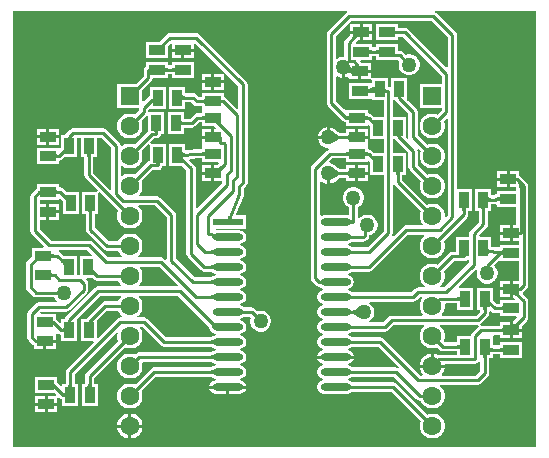
<source format=gtl>
G04*
G04 #@! TF.GenerationSoftware,Altium Limited,Altium Designer,22.2.1 (43)*
G04*
G04 Layer_Physical_Order=1*
G04 Layer_Color=255*
%FSLAX25Y25*%
%MOIN*%
G70*
G04*
G04 #@! TF.SameCoordinates,2AA56CA8-B71A-46B7-BD27-B25D333C2BD2*
G04*
G04*
G04 #@! TF.FilePolarity,Positive*
G04*
G01*
G75*
%ADD13C,0.01000*%
%ADD15R,0.03347X0.05315*%
%ADD16R,0.05315X0.03347*%
G04:AMPARAMS|DCode=17|XSize=102.47mil|YSize=24.49mil|CornerRadius=12.25mil|HoleSize=0mil|Usage=FLASHONLY|Rotation=0.000|XOffset=0mil|YOffset=0mil|HoleType=Round|Shape=RoundedRectangle|*
%AMROUNDEDRECTD17*
21,1,0.10247,0.00000,0,0,0.0*
21,1,0.07798,0.02449,0,0,0.0*
1,1,0.02449,0.03899,0.00000*
1,1,0.02449,-0.03899,0.00000*
1,1,0.02449,-0.03899,0.00000*
1,1,0.02449,0.03899,0.00000*
%
%ADD17ROUNDEDRECTD17*%
%ADD18R,0.10247X0.02449*%
%ADD24C,0.06299*%
%ADD25R,0.06299X0.06299*%
%ADD26C,0.05000*%
G36*
X130144Y140753D02*
X130174Y140668D01*
X130225Y140593D01*
X130295Y140528D01*
X130386Y140473D01*
X130498Y140428D01*
X130629Y140393D01*
X130781Y140368D01*
X130953Y140353D01*
X131146Y140348D01*
Y139348D01*
X130953Y139343D01*
X130781Y139328D01*
X130629Y139303D01*
X130498Y139268D01*
X130386Y139223D01*
X130295Y139168D01*
X130225Y139103D01*
X130174Y139028D01*
X130144Y138943D01*
X130133Y138848D01*
Y140848D01*
X130144Y140753D01*
D02*
G37*
G36*
X118101Y138187D02*
X118008Y138228D01*
X117905Y138245D01*
X117790Y138237D01*
X117665Y138204D01*
X117529Y138145D01*
X117382Y138062D01*
X117225Y137954D01*
X117056Y137821D01*
X116877Y137663D01*
X116687Y137480D01*
X115647Y137855D01*
X115860Y138075D01*
X116191Y138462D01*
X116309Y138630D01*
X116396Y138780D01*
X116451Y138913D01*
X116474Y139028D01*
X116466Y139126D01*
X116426Y139206D01*
X116355Y139269D01*
X118101Y138187D01*
D02*
G37*
G36*
X124866Y132352D02*
X124856Y132447D01*
X124826Y132532D01*
X124775Y132607D01*
X124705Y132672D01*
X124613Y132727D01*
X124502Y132772D01*
X124371Y132807D01*
X124219Y132832D01*
X124047Y132847D01*
X123854Y132852D01*
Y133852D01*
X124047Y133857D01*
X124219Y133872D01*
X124371Y133897D01*
X124502Y133932D01*
X124613Y133977D01*
X124705Y134032D01*
X124775Y134097D01*
X124826Y134172D01*
X124856Y134257D01*
X124866Y134352D01*
Y132352D01*
D02*
G37*
G36*
X121644Y134257D02*
X121674Y134172D01*
X121725Y134097D01*
X121795Y134032D01*
X121887Y133977D01*
X121998Y133932D01*
X122129Y133897D01*
X122281Y133872D01*
X122453Y133857D01*
X122645Y133852D01*
Y132852D01*
X122453Y132847D01*
X122281Y132832D01*
X122129Y132807D01*
X121998Y132772D01*
X121887Y132727D01*
X121795Y132672D01*
X121725Y132607D01*
X121674Y132532D01*
X121644Y132447D01*
X121634Y132352D01*
Y134352D01*
X121644Y134257D01*
D02*
G37*
G36*
X130144Y133084D02*
X130175Y132999D01*
X130226Y132924D01*
X130297Y132859D01*
X130388Y132804D01*
X130500Y132759D01*
X130631Y132724D01*
X130782Y132699D01*
X130954Y132684D01*
X131146Y132679D01*
Y131679D01*
X130146Y131691D01*
X130133Y133179D01*
X130144Y133084D01*
D02*
G37*
G36*
X118101Y128986D02*
X118123Y128648D01*
X118133Y128594D01*
X118145Y128551D01*
X118158Y128521D01*
X118174Y128503D01*
X118191Y128497D01*
X117009D01*
X117026Y128503D01*
X117042Y128521D01*
X117055Y128551D01*
X117067Y128594D01*
X117077Y128648D01*
X117086Y128714D01*
X117096Y128883D01*
X117100Y129100D01*
X118100D01*
X118101Y128986D01*
D02*
G37*
G36*
X147871Y138166D02*
Y128394D01*
X147409Y128202D01*
X134681Y140929D01*
X134185Y141261D01*
X133600Y141377D01*
X131158D01*
Y142521D01*
X123843D01*
Y137175D01*
X131158D01*
Y138319D01*
X132966D01*
X145865Y125420D01*
Y122769D01*
X138595D01*
Y114470D01*
X145865D01*
Y113903D01*
X144411Y112449D01*
X144346Y112486D01*
X143291Y112769D01*
X142199D01*
X141143Y112486D01*
X140197Y111940D01*
X139424Y111168D01*
X138878Y110221D01*
X138595Y109166D01*
Y108073D01*
X138878Y107018D01*
X139424Y106072D01*
X140197Y105299D01*
X141143Y104753D01*
X142199Y104470D01*
X143291D01*
X144346Y104753D01*
X145293Y105299D01*
X146065Y106072D01*
X146612Y107018D01*
X146894Y108073D01*
Y109166D01*
X146612Y110221D01*
X146574Y110286D01*
X147409Y111121D01*
X147871Y110929D01*
Y78834D01*
X147394Y78357D01*
X146894Y78564D01*
Y79166D01*
X146612Y80221D01*
X146065Y81168D01*
X145293Y81940D01*
X144346Y82486D01*
X143291Y82769D01*
X142199D01*
X141143Y82486D01*
X141078Y82449D01*
X132777Y90750D01*
Y92443D01*
X133921D01*
Y99757D01*
X129529D01*
Y104443D01*
X130052D01*
X130167Y104271D01*
X134771Y99667D01*
Y95064D01*
X134887Y94479D01*
X135219Y93983D01*
X138915Y90286D01*
X138878Y90221D01*
X138595Y89166D01*
Y88073D01*
X138878Y87018D01*
X139424Y86072D01*
X140197Y85299D01*
X141143Y84753D01*
X142199Y84470D01*
X143291D01*
X144346Y84753D01*
X145293Y85299D01*
X146065Y86072D01*
X146612Y87018D01*
X146894Y88073D01*
Y89166D01*
X146612Y90221D01*
X146065Y91167D01*
X145293Y91940D01*
X144346Y92486D01*
X143291Y92769D01*
X142199D01*
X141143Y92486D01*
X141078Y92449D01*
X137829Y95698D01*
Y100300D01*
X137739Y100756D01*
X138172Y101029D01*
X138915Y100286D01*
X138878Y100221D01*
X138595Y99166D01*
Y98073D01*
X138878Y97018D01*
X139424Y96072D01*
X140197Y95299D01*
X141143Y94753D01*
X142199Y94470D01*
X143291D01*
X144346Y94753D01*
X145293Y95299D01*
X146065Y96072D01*
X146612Y97018D01*
X146894Y98073D01*
Y99166D01*
X146612Y100221D01*
X146065Y101168D01*
X145293Y101940D01*
X144346Y102486D01*
X143291Y102769D01*
X142199D01*
X141143Y102486D01*
X141078Y102449D01*
X137829Y105698D01*
Y113400D01*
X137713Y113985D01*
X137381Y114481D01*
X134753Y117110D01*
X134421Y117443D01*
X134421D01*
X134421Y117443D01*
Y124758D01*
X129075D01*
Y121940D01*
X128625Y121674D01*
X128586Y121665D01*
X128575Y121667D01*
X128301Y121722D01*
X128016Y121781D01*
X127925Y121782D01*
Y124758D01*
X122579D01*
X122158Y124948D01*
Y126348D01*
X119000D01*
Y124175D01*
X122158D01*
X122579Y123985D01*
Y123215D01*
X122158Y123025D01*
X114842D01*
Y117679D01*
X122158D01*
X122579Y117489D01*
Y117443D01*
X126471D01*
Y111758D01*
X123257D01*
X122585Y112429D01*
X122089Y112761D01*
X121504Y112877D01*
X121158D01*
Y114021D01*
X113842D01*
X113842Y114021D01*
Y114021D01*
X113410Y114200D01*
X110529Y117081D01*
Y125059D01*
X111029Y125296D01*
X111649Y124938D01*
X112500Y124711D01*
Y128200D01*
X113500D01*
Y124711D01*
X113867Y124809D01*
X113955Y124813D01*
X113965Y124818D01*
X113975Y124818D01*
X114445Y124946D01*
X114842Y124643D01*
Y124175D01*
X118000D01*
Y126848D01*
X118500D01*
Y127348D01*
X122158D01*
Y129521D01*
X119046D01*
X119013Y129685D01*
X118681Y130181D01*
X118646Y130217D01*
X118837Y130679D01*
X122658D01*
Y131823D01*
X123843D01*
Y130679D01*
X128525D01*
X128673Y130649D01*
X131288D01*
X131685Y130252D01*
X131500Y129561D01*
Y128639D01*
X131738Y127749D01*
X132199Y126951D01*
X132851Y126299D01*
X133649Y125838D01*
X134539Y125600D01*
X135461D01*
X136351Y125838D01*
X137149Y126299D01*
X137801Y126951D01*
X138261Y127749D01*
X138500Y128639D01*
Y129561D01*
X138261Y130451D01*
X137801Y131249D01*
X137149Y131901D01*
X136351Y132361D01*
X135461Y132600D01*
X134539D01*
X133848Y132415D01*
X133003Y133260D01*
X132507Y133592D01*
X131921Y133708D01*
X131158D01*
Y136025D01*
X123843D01*
Y134881D01*
X122658D01*
Y136025D01*
X117341D01*
X117150Y136487D01*
X117632Y136970D01*
X117710Y137038D01*
X117830Y137133D01*
X117891Y137175D01*
X118040D01*
X118071Y137168D01*
X118114Y137175D01*
X118500D01*
Y139348D01*
X115342D01*
Y139244D01*
X115337Y139203D01*
X115342Y139182D01*
Y139038D01*
X115151Y138814D01*
X113761Y137424D01*
X113429Y136928D01*
X113313Y136342D01*
Y131700D01*
X112539D01*
X111649Y131462D01*
X111029Y131104D01*
X110529Y131341D01*
Y138567D01*
X115633Y143671D01*
X142367D01*
X147871Y138166D01*
D02*
G37*
G36*
X115513Y128448D02*
X115594Y128217D01*
X115692Y128014D01*
X115807Y127837D01*
X115859Y127778D01*
X115866Y127848D01*
Y127770D01*
X115939Y127688D01*
X116088Y127565D01*
X116253Y127470D01*
X116436Y127402D01*
X116635Y127362D01*
X116850Y127348D01*
X116179Y126348D01*
X116043Y126342D01*
X115882Y126326D01*
X115866Y126324D01*
Y125848D01*
X115856Y125943D01*
X115826Y126028D01*
X115775Y126103D01*
X115705Y126168D01*
X115613Y126223D01*
X115510Y126265D01*
X115485Y126261D01*
X114991Y126152D01*
X113707Y125802D01*
X115448Y128707D01*
X115513Y128448D01*
D02*
G37*
G36*
X121144Y121229D02*
X121174Y121144D01*
X121225Y121068D01*
X121295Y121003D01*
X121387Y120947D01*
X121498Y120900D01*
X121629Y120864D01*
X121781Y120837D01*
X121953Y120821D01*
X122145Y120814D01*
Y119814D01*
X121953Y119811D01*
X121781Y119797D01*
X121629Y119774D01*
X121498Y119740D01*
X121387Y119697D01*
X121295Y119642D01*
X121225Y119578D01*
X121174Y119504D01*
X121144Y119419D01*
X121133Y119324D01*
Y121324D01*
X121144Y121229D01*
D02*
G37*
G36*
X123603Y120100D02*
Y119298D01*
X123593Y119394D01*
X123562Y119479D01*
X123512Y119554D01*
X123441Y119620D01*
X123350Y119676D01*
X123239Y119722D01*
X123107Y119758D01*
X122955Y119785D01*
X122783Y119802D01*
X122591Y119809D01*
Y120600D01*
X122591D01*
Y121600D01*
X122783Y121605D01*
X122955Y121620D01*
X123107Y121645D01*
X123238Y121680D01*
X123350Y121725D01*
X123441Y121780D01*
X123512Y121845D01*
X123562Y121920D01*
X123593Y122005D01*
X123603Y122100D01*
Y120100D01*
D02*
G37*
G36*
X126923Y121168D02*
X126953Y121083D01*
X127003Y121008D01*
X127073Y120942D01*
X127163Y120886D01*
X127273Y120840D01*
X127403Y120803D01*
X127553Y120777D01*
X127723Y120760D01*
X127913Y120753D01*
Y119753D01*
X127723Y119750D01*
X127553Y119737D01*
X127403Y119713D01*
X127273Y119680D01*
X127163Y119636D01*
X127073Y119582D01*
X127003Y119518D01*
X126953Y119443D01*
X126923Y119358D01*
X126913Y119263D01*
Y121264D01*
X126923Y121168D01*
D02*
G37*
G36*
X132250Y118461D02*
X132250Y118446D01*
X132248Y117952D01*
X131248D01*
X131246Y118466D01*
X132250D01*
X132250Y118461D01*
D02*
G37*
G36*
X114866Y110593D02*
X114859Y110642D01*
X114836Y110685D01*
X114797Y110723D01*
X114744Y110756D01*
X114675Y110784D01*
X114591Y110807D01*
X114491Y110825D01*
X114376Y110838D01*
X114100Y110848D01*
Y111848D01*
X114246Y111851D01*
X114491Y111871D01*
X114591Y111889D01*
X114675Y111912D01*
X114744Y111940D01*
X114797Y111973D01*
X114836Y112011D01*
X114859Y112054D01*
X114866Y112102D01*
Y110593D01*
D02*
G37*
G36*
X120144Y112253D02*
X120174Y112168D01*
X120225Y112093D01*
X120295Y112028D01*
X120387Y111973D01*
X120498Y111928D01*
X120629Y111893D01*
X120781Y111868D01*
X120953Y111853D01*
X121145Y111848D01*
Y110848D01*
X120953Y110843D01*
X120781Y110828D01*
X120629Y110803D01*
X120498Y110768D01*
X120387Y110723D01*
X120295Y110668D01*
X120225Y110603D01*
X120174Y110528D01*
X120144Y110443D01*
X120133Y110348D01*
Y112348D01*
X120144Y112253D01*
D02*
G37*
G36*
X130335Y117367D02*
X130667Y116871D01*
X134771Y112767D01*
Y105064D01*
X134861Y104609D01*
X134427Y104335D01*
X133921Y104842D01*
Y111758D01*
X129529D01*
Y117443D01*
X130320D01*
X130335Y117367D01*
D02*
G37*
G36*
X114866Y103852D02*
X114856Y103947D01*
X114826Y104032D01*
X114775Y104107D01*
X114705Y104172D01*
X114613Y104227D01*
X114502Y104272D01*
X114371Y104307D01*
X114219Y104332D01*
X114047Y104347D01*
X113855Y104352D01*
Y105352D01*
X114047Y105357D01*
X114219Y105372D01*
X114371Y105397D01*
X114502Y105432D01*
X114613Y105477D01*
X114705Y105532D01*
X114775Y105597D01*
X114826Y105672D01*
X114856Y105757D01*
X114866Y105852D01*
Y103852D01*
D02*
G37*
G36*
X110127Y106365D02*
X110595Y105965D01*
X110820Y105802D01*
X111039Y105665D01*
X111253Y105552D01*
X111460Y105464D01*
X111662Y105402D01*
X111859Y105365D01*
X112049Y105352D01*
Y104352D01*
X111859Y104340D01*
X111662Y104302D01*
X111460Y104239D01*
X111253Y104152D01*
X111039Y104040D01*
X110820Y103902D01*
X110595Y103740D01*
X110364Y103552D01*
X109885Y103102D01*
Y106602D01*
X110127Y106365D01*
D02*
G37*
G36*
X177400Y1600D02*
X3000D01*
Y147100D01*
X114281D01*
X114403Y146638D01*
X114395Y146600D01*
X113919Y146281D01*
X107919Y140281D01*
X107587Y139785D01*
X107471Y139200D01*
Y116448D01*
X107587Y115863D01*
X107919Y115367D01*
X113019Y110267D01*
X113515Y109935D01*
X113842Y109870D01*
Y108675D01*
X121158D01*
Y108878D01*
X121619Y109070D01*
X122079Y108610D01*
Y104443D01*
X126471D01*
Y99757D01*
X123257D01*
X122585Y100429D01*
X122089Y100761D01*
X121504Y100877D01*
X121158Y101224D01*
X121158Y102021D01*
X121158Y102521D01*
Y104352D01*
X117500D01*
Y104852D01*
X117000D01*
Y107525D01*
X113842D01*
Y106381D01*
X111969D01*
X111909Y106393D01*
X111810Y106424D01*
X111689Y106475D01*
X111548Y106549D01*
X111390Y106648D01*
X111226Y106766D01*
X110817Y107117D01*
X110599Y107330D01*
X110520Y107382D01*
X110249Y107653D01*
X109451Y108114D01*
X108600Y108342D01*
Y104852D01*
X108100D01*
Y104352D01*
X104611D01*
X104839Y103501D01*
X105299Y102703D01*
X105951Y102051D01*
X106749Y101591D01*
X107639Y101352D01*
X108080D01*
X108352Y100852D01*
X108319Y100802D01*
X108115Y100761D01*
X107619Y100429D01*
X102719Y95529D01*
X102387Y95033D01*
X102271Y94448D01*
Y57800D01*
X102387Y57215D01*
X102719Y56719D01*
X103919Y55519D01*
X104415Y55187D01*
X104910Y55089D01*
X104972Y54996D01*
X105708Y54504D01*
X106459Y54355D01*
Y53845D01*
X105708Y53696D01*
X104972Y53204D01*
X104480Y52468D01*
X104307Y51600D01*
X104480Y50732D01*
X104972Y49996D01*
X105708Y49504D01*
X106459Y49355D01*
Y48845D01*
X105708Y48696D01*
X104972Y48204D01*
X104480Y47468D01*
X104307Y46600D01*
X104480Y45732D01*
X104972Y44996D01*
X105708Y44504D01*
X106459Y44355D01*
Y43845D01*
X105708Y43696D01*
X104972Y43204D01*
X104480Y42468D01*
X104307Y41600D01*
X104480Y40732D01*
X104972Y39996D01*
X105708Y39504D01*
X106459Y39355D01*
Y38845D01*
X105708Y38696D01*
X104972Y38204D01*
X104480Y37468D01*
X104307Y36600D01*
X104480Y35732D01*
X104972Y34996D01*
X105708Y34504D01*
X106459Y34355D01*
Y33845D01*
X105708Y33696D01*
X104972Y33204D01*
X104480Y32468D01*
X104407Y32100D01*
X116542D01*
X116469Y32468D01*
X115977Y33204D01*
X115241Y33696D01*
X114490Y33845D01*
Y34355D01*
X115241Y34504D01*
X115977Y34996D01*
X116017Y35055D01*
X116195Y35071D01*
X124767D01*
X131500Y28337D01*
X131181Y27949D01*
X131085Y28013D01*
X130500Y28129D01*
X116159D01*
X116055Y28136D01*
X116020Y28140D01*
X115977Y28204D01*
X115241Y28696D01*
X114490Y28845D01*
Y29355D01*
X115241Y29504D01*
X115977Y29996D01*
X116469Y30732D01*
X116542Y31100D01*
X104407D01*
X104480Y30732D01*
X104972Y29996D01*
X105708Y29504D01*
X106459Y29355D01*
Y28845D01*
X105708Y28696D01*
X104972Y28204D01*
X104480Y27468D01*
X104307Y26600D01*
X104480Y25732D01*
X104972Y24996D01*
X105708Y24504D01*
X106459Y24355D01*
Y23845D01*
X105708Y23696D01*
X104972Y23204D01*
X104480Y22468D01*
X104307Y21600D01*
X104480Y20732D01*
X104972Y19996D01*
X105708Y19504D01*
X106576Y19332D01*
X114373D01*
X115241Y19504D01*
X115977Y19996D01*
X116017Y20055D01*
X116195Y20071D01*
X129131D01*
X138915Y10286D01*
X138878Y10221D01*
X138595Y9166D01*
Y8073D01*
X138878Y7018D01*
X139424Y6072D01*
X140197Y5299D01*
X141143Y4753D01*
X142199Y4470D01*
X143291D01*
X144346Y4753D01*
X145293Y5299D01*
X146065Y6072D01*
X146612Y7018D01*
X146894Y8073D01*
Y9166D01*
X146612Y10221D01*
X146065Y11168D01*
X145293Y11940D01*
X144346Y12486D01*
X143291Y12769D01*
X142199D01*
X141143Y12486D01*
X141078Y12449D01*
X130846Y22681D01*
X130350Y23013D01*
X129764Y23129D01*
X116159D01*
X116055Y23136D01*
X116020Y23140D01*
X115977Y23204D01*
X115241Y23696D01*
X114490Y23845D01*
Y24355D01*
X115241Y24504D01*
X115977Y24996D01*
X116017Y25055D01*
X116195Y25071D01*
X129867D01*
X137399Y17538D01*
X137895Y17207D01*
X138480Y17090D01*
X138859D01*
X138878Y17018D01*
X139424Y16072D01*
X140197Y15299D01*
X141143Y14753D01*
X142199Y14470D01*
X143291D01*
X144346Y14753D01*
X145293Y15299D01*
X146065Y16072D01*
X146612Y17018D01*
X146894Y18073D01*
Y19166D01*
X146612Y20221D01*
X146065Y21168D01*
X145362Y21871D01*
X145460Y22371D01*
X157900D01*
X158485Y22487D01*
X158981Y22819D01*
X161329Y25167D01*
X161661Y25663D01*
X161777Y26248D01*
Y31442D01*
X162921D01*
Y32571D01*
X165342D01*
Y31427D01*
X172658D01*
Y36773D01*
X165342D01*
Y35629D01*
X162921D01*
Y38758D01*
X163293Y39067D01*
X165342D01*
Y37923D01*
X168500D01*
Y40596D01*
Y43269D01*
X165342D01*
Y42125D01*
X159000D01*
X158920Y42110D01*
X158725Y42581D01*
X159081Y42819D01*
X161329Y45067D01*
X161661Y45563D01*
X161777Y46148D01*
Y46754D01*
X162239Y46946D01*
X162415Y46771D01*
X162911Y46439D01*
X163496Y46323D01*
X165342D01*
Y45179D01*
X170767D01*
X170958Y44717D01*
X169779Y43537D01*
X169737Y43502D01*
X169646Y43433D01*
X169562Y43378D01*
X169500Y43343D01*
Y42271D01*
X169527Y42275D01*
X169668Y42311D01*
X169809Y42362D01*
X169950Y42427D01*
X170091Y42506D01*
X170233Y42599D01*
X170376Y42707D01*
X170518Y42828D01*
X170661Y42964D01*
X172075D01*
X171994Y42880D01*
X171856Y42720D01*
X171800Y42645D01*
X171753Y42573D01*
X171714Y42503D01*
X171684Y42437D01*
X171663Y42374D01*
X171650Y42314D01*
X171645Y42257D01*
X169500Y42246D01*
Y41096D01*
X172658D01*
Y42088D01*
X172673Y42106D01*
X174281Y43715D01*
X174613Y44211D01*
X174729Y44796D01*
Y50148D01*
X174613Y50733D01*
X174281Y51229D01*
X172940Y52571D01*
X172999Y53212D01*
X173081Y53267D01*
X174281Y54467D01*
X174613Y54963D01*
X174729Y55548D01*
Y88648D01*
X174613Y89233D01*
X174281Y89729D01*
X172081Y91929D01*
X171658Y92213D01*
Y93521D01*
X168500D01*
Y90848D01*
Y88175D01*
X170671D01*
Y87025D01*
X164342D01*
Y85881D01*
X163952D01*
X163367Y85765D01*
X163164Y85629D01*
X162421D01*
Y87757D01*
X157075D01*
Y80443D01*
X158219D01*
Y76433D01*
X155419Y73633D01*
X155087Y73137D01*
X154971Y72552D01*
Y71758D01*
X150579D01*
Y66681D01*
X149277D01*
X148692Y66565D01*
X148196Y66233D01*
X144411Y62449D01*
X144346Y62486D01*
X143291Y62769D01*
X142199D01*
X141143Y62486D01*
X140197Y61940D01*
X139424Y61168D01*
X138878Y60221D01*
X138595Y59166D01*
Y58073D01*
X138878Y57018D01*
X139424Y56072D01*
X140167Y55329D01*
X140148Y55119D01*
X140071Y54829D01*
X138100D01*
X137515Y54713D01*
X137019Y54381D01*
X135766Y53129D01*
X116159D01*
X116055Y53136D01*
X116020Y53140D01*
X115977Y53204D01*
X115241Y53696D01*
X114490Y53845D01*
Y54355D01*
X115241Y54504D01*
X115977Y54996D01*
X116469Y55732D01*
X116642Y56600D01*
X116469Y57468D01*
X115977Y58204D01*
X115241Y58696D01*
X114490Y58845D01*
Y59355D01*
X115241Y59504D01*
X115977Y59996D01*
X116017Y60055D01*
X116195Y60071D01*
X121600D01*
X122185Y60187D01*
X122681Y60519D01*
X134604Y72441D01*
X140098D01*
X140227Y71958D01*
X140197Y71940D01*
X139424Y71167D01*
X138878Y70221D01*
X138595Y69166D01*
Y68073D01*
X138878Y67018D01*
X139424Y66072D01*
X140197Y65299D01*
X141143Y64753D01*
X142199Y64470D01*
X143291D01*
X144346Y64753D01*
X145293Y65299D01*
X146065Y66072D01*
X146612Y67018D01*
X146894Y68073D01*
Y69166D01*
X146612Y70221D01*
X146574Y70286D01*
X154333Y78045D01*
X154665Y78541D01*
X154781Y79127D01*
Y80443D01*
X155925D01*
Y87757D01*
X150929D01*
Y138800D01*
X150813Y139385D01*
X150481Y139881D01*
X144081Y146281D01*
X143605Y146600D01*
X143597Y146638D01*
X143719Y147100D01*
X177400D01*
Y1600D01*
D02*
G37*
G36*
X120144Y100253D02*
X120174Y100168D01*
X120225Y100093D01*
X120295Y100028D01*
X120387Y99973D01*
X120498Y99928D01*
X120629Y99893D01*
X120781Y99868D01*
X120953Y99853D01*
X121145Y99848D01*
Y98848D01*
X120953Y98843D01*
X120781Y98828D01*
X120629Y98803D01*
X120498Y98768D01*
X120387Y98723D01*
X120295Y98668D01*
X120225Y98603D01*
X120174Y98528D01*
X120144Y98443D01*
X120133Y98348D01*
Y100348D01*
X120144Y100253D01*
D02*
G37*
G36*
X114866Y98348D02*
X114856Y98443D01*
X114826Y98528D01*
X114775Y98603D01*
X114705Y98668D01*
X114613Y98723D01*
X114502Y98768D01*
X114371Y98803D01*
X114219Y98828D01*
X114047Y98843D01*
X113855Y98848D01*
Y99848D01*
X114047Y99853D01*
X114219Y99868D01*
X114371Y99893D01*
X114502Y99928D01*
X114613Y99973D01*
X114705Y100028D01*
X114775Y100093D01*
X114826Y100168D01*
X114856Y100253D01*
X114866Y100348D01*
Y98348D01*
D02*
G37*
G36*
X132153Y93456D02*
X132068Y93426D01*
X131993Y93375D01*
X131928Y93305D01*
X131873Y93213D01*
X131828Y93102D01*
X131793Y92971D01*
X131768Y92819D01*
X131753Y92647D01*
X131748Y92454D01*
X130748D01*
X130743Y92647D01*
X130728Y92819D01*
X130703Y92971D01*
X130668Y93102D01*
X130623Y93213D01*
X130568Y93305D01*
X130503Y93375D01*
X130428Y93426D01*
X130343Y93456D01*
X130248Y93467D01*
X132248D01*
X132153Y93456D01*
D02*
G37*
G36*
X114866Y91852D02*
X114856Y91947D01*
X114826Y92032D01*
X114775Y92107D01*
X114705Y92172D01*
X114613Y92227D01*
X114502Y92272D01*
X114371Y92307D01*
X114219Y92332D01*
X114047Y92347D01*
X113855Y92352D01*
Y93352D01*
X114047Y93357D01*
X114219Y93372D01*
X114371Y93397D01*
X114502Y93432D01*
X114613Y93477D01*
X114705Y93532D01*
X114775Y93597D01*
X114826Y93672D01*
X114856Y93757D01*
X114866Y93852D01*
Y91852D01*
D02*
G37*
G36*
X110127Y94365D02*
X110595Y93964D01*
X110820Y93802D01*
X111039Y93664D01*
X111253Y93552D01*
X111460Y93464D01*
X111662Y93402D01*
X111859Y93365D01*
X112049Y93352D01*
Y92352D01*
X111859Y92339D01*
X111662Y92302D01*
X111460Y92239D01*
X111253Y92152D01*
X111039Y92040D01*
X110820Y91902D01*
X110595Y91739D01*
X110364Y91552D01*
X109885Y91102D01*
Y94602D01*
X110127Y94365D01*
D02*
G37*
G36*
X113842Y96675D02*
X121158D01*
Y96878D01*
X121619Y97070D01*
X122079Y96610D01*
Y92443D01*
X126471D01*
Y73434D01*
X121167Y68129D01*
X116159D01*
X116055Y68136D01*
X116020Y68140D01*
X115977Y68204D01*
X115241Y68696D01*
X114490Y68845D01*
Y69355D01*
X115241Y69504D01*
X115977Y69996D01*
X116017Y70055D01*
X116195Y70071D01*
X119800D01*
X120385Y70187D01*
X120881Y70519D01*
X121316Y70953D01*
X121648Y71449D01*
X121764Y72035D01*
Y72181D01*
X122351Y72338D01*
X123149Y72799D01*
X123801Y73451D01*
X124261Y74249D01*
X124500Y75139D01*
Y76061D01*
X124261Y76951D01*
X123801Y77749D01*
X123149Y78401D01*
X122351Y78861D01*
X121461Y79100D01*
X120539D01*
X119649Y78861D01*
X118851Y78401D01*
X118429Y77979D01*
X117929Y78186D01*
Y81542D01*
X118549Y81899D01*
X119201Y82551D01*
X119661Y83349D01*
X119900Y84239D01*
Y85161D01*
X119661Y86051D01*
X119201Y86849D01*
X118549Y87501D01*
X117751Y87962D01*
X116861Y88200D01*
X115939D01*
X115049Y87962D01*
X114251Y87501D01*
X113599Y86849D01*
X113138Y86051D01*
X112900Y85161D01*
Y84239D01*
X113138Y83349D01*
X113599Y82551D01*
X114251Y81899D01*
X114871Y81542D01*
Y79163D01*
X114484Y78846D01*
X114373Y78868D01*
X106576D01*
X105829Y78720D01*
X105329Y78999D01*
Y90020D01*
X105791Y90211D01*
X105951Y90051D01*
X106749Y89591D01*
X107600Y89363D01*
Y92852D01*
X108600D01*
Y89363D01*
X109451Y89591D01*
X110249Y90051D01*
X110512Y90315D01*
X110584Y90359D01*
X111036Y90784D01*
X111215Y90930D01*
X111390Y91056D01*
X111548Y91155D01*
X111689Y91229D01*
X111810Y91280D01*
X111909Y91311D01*
X111969Y91323D01*
X113842D01*
Y90179D01*
X117000D01*
Y92852D01*
Y95525D01*
X113842D01*
Y94381D01*
X111969D01*
X111909Y94393D01*
X111810Y94424D01*
X111689Y94475D01*
X111548Y94549D01*
X111390Y94648D01*
X111226Y94766D01*
X110817Y95117D01*
X110599Y95330D01*
X110520Y95382D01*
X110249Y95653D01*
X109451Y96114D01*
X108561Y96352D01*
X108520D01*
X108329Y96814D01*
X109334Y97819D01*
X113842D01*
Y96675D01*
D02*
G37*
G36*
X172554Y90001D02*
X172846Y88294D01*
X172819Y88312D01*
X172794Y88307D01*
X172772Y88279D01*
X172753Y88228D01*
X172737Y88154D01*
X172702Y87629D01*
X172700Y87441D01*
X171700Y88441D01*
X171693Y88638D01*
X171672Y88829D01*
X171636Y89015D01*
X171587Y89194D01*
X171523Y89368D01*
X171445Y89535D01*
X171353Y89697D01*
X171247Y89853D01*
X171127Y90004D01*
X170993Y90148D01*
X172554Y90001D01*
D02*
G37*
G36*
X165366Y83352D02*
X165356Y83447D01*
X165326Y83532D01*
X165275Y83607D01*
X165205Y83672D01*
X165113Y83727D01*
X165002Y83772D01*
X164871Y83807D01*
X164719Y83832D01*
X164547Y83847D01*
X164355Y83852D01*
Y84852D01*
X164547Y84857D01*
X164719Y84872D01*
X164871Y84897D01*
X165002Y84932D01*
X165113Y84977D01*
X165205Y85032D01*
X165275Y85097D01*
X165326Y85172D01*
X165356Y85257D01*
X165366Y85352D01*
Y83352D01*
D02*
G37*
G36*
X161407Y85005D02*
X161438Y84920D01*
X161488Y84845D01*
X161559Y84780D01*
X161650Y84725D01*
X161762Y84680D01*
X161893Y84645D01*
X162045Y84620D01*
X162217Y84605D01*
X162409Y84600D01*
Y83600D01*
X162217Y83595D01*
X162045Y83580D01*
X161893Y83555D01*
X161762Y83520D01*
X161650Y83475D01*
X161559Y83420D01*
X161488Y83355D01*
X161438Y83280D01*
X161407Y83195D01*
X161397Y83100D01*
Y85100D01*
X161407Y85005D01*
D02*
G37*
G36*
X160653Y81456D02*
X160568Y81426D01*
X160493Y81375D01*
X160428Y81305D01*
X160373Y81213D01*
X160328Y81102D01*
X160293Y80971D01*
X160268Y80819D01*
X160253Y80647D01*
X160248Y80454D01*
X159248D01*
X159243Y80647D01*
X159228Y80819D01*
X159203Y80971D01*
X159168Y81102D01*
X159123Y81213D01*
X159068Y81305D01*
X159003Y81375D01*
X158928Y81426D01*
X158843Y81456D01*
X158748Y81467D01*
X160748D01*
X160653Y81456D01*
D02*
G37*
G36*
X154157D02*
X154072Y81426D01*
X153997Y81375D01*
X153932Y81305D01*
X153877Y81213D01*
X153832Y81102D01*
X153797Y80971D01*
X153772Y80819D01*
X153757Y80647D01*
X153752Y80454D01*
X152752D01*
X152747Y80647D01*
X152732Y80819D01*
X152707Y80971D01*
X152672Y81102D01*
X152627Y81213D01*
X152572Y81305D01*
X152507Y81375D01*
X152432Y81426D01*
X152347Y81456D01*
X152252Y81467D01*
X154252D01*
X154157Y81456D01*
D02*
G37*
G36*
X115287Y77340D02*
X115321Y77290D01*
X115377Y77245D01*
X115456Y77207D01*
X115557Y77174D01*
X115681Y77147D01*
X115827Y77127D01*
X115995Y77112D01*
X116400Y77100D01*
Y76100D01*
X116186Y76097D01*
X115681Y76053D01*
X115557Y76026D01*
X115456Y75993D01*
X115377Y75955D01*
X115321Y75910D01*
X115287Y75860D01*
X115276Y75804D01*
Y77396D01*
X115287Y77340D01*
D02*
G37*
G36*
X171639Y73392D02*
X171656Y73383D01*
X171685Y73375D01*
X171724Y73368D01*
X171775Y73362D01*
X171911Y73353D01*
X172200Y73348D01*
Y72348D01*
X172092Y72347D01*
X171685Y72321D01*
X171656Y72313D01*
X171639Y72304D01*
X171634Y72294D01*
Y73403D01*
X171639Y73392D01*
D02*
G37*
G36*
X130167Y89035D02*
X138915Y80286D01*
X138878Y80221D01*
X138595Y79166D01*
Y78073D01*
X138878Y77018D01*
X139424Y76072D01*
X139535Y75961D01*
X139343Y75499D01*
X133970D01*
X133385Y75383D01*
X132889Y75051D01*
X129842Y72005D01*
X129653Y72097D01*
X129430Y72300D01*
X129529Y72800D01*
Y89089D01*
X130029Y89240D01*
X130167Y89035D01*
D02*
G37*
G36*
X115069Y72497D02*
X115112Y72414D01*
X115183Y72340D01*
X115283Y72277D01*
X115411Y72223D01*
X115567Y72179D01*
X115753Y72144D01*
X115966Y72120D01*
X116208Y72105D01*
X116479Y72100D01*
Y71100D01*
X116208Y71095D01*
X115753Y71056D01*
X115567Y71021D01*
X115411Y70977D01*
X115283Y70923D01*
X115183Y70860D01*
X115112Y70786D01*
X115069Y70703D01*
X115055Y70609D01*
Y72591D01*
X115069Y72497D01*
D02*
G37*
G36*
X164342Y82189D02*
Y81679D01*
X170671D01*
Y75521D01*
X169500D01*
Y72848D01*
Y70175D01*
X171671D01*
Y69025D01*
X165342D01*
Y68476D01*
X164978Y68134D01*
X162421Y68292D01*
Y71758D01*
X158575D01*
X158368Y72258D01*
X160829Y74719D01*
X161161Y75215D01*
X161277Y75800D01*
Y80443D01*
X162421D01*
Y82571D01*
X163700D01*
X163842Y82599D01*
X164342Y82189D01*
D02*
G37*
G36*
X166367Y65514D02*
Y65352D01*
X166356Y65447D01*
X166326Y65532D01*
X166275Y65607D01*
X166205Y65672D01*
X166113Y65727D01*
X166002Y65772D01*
X165871Y65807D01*
X165719Y65832D01*
X165547Y65847D01*
X165355Y65852D01*
Y66852D01*
X165356Y66852D01*
Y67079D01*
X165548Y67072D01*
X165720Y67076D01*
X165872Y67092D01*
X166003Y67119D01*
X166114Y67157D01*
X166205Y67207D01*
X166276Y67268D01*
X166326Y67340D01*
X166356Y67423D01*
X166367Y67518D01*
Y65514D01*
D02*
G37*
G36*
X161407Y67729D02*
X161438Y67642D01*
X161488Y67564D01*
X161559Y67494D01*
X161650Y67434D01*
X161761Y67382D01*
X161892Y67339D01*
X162044Y67304D01*
X162215Y67279D01*
X162407Y67262D01*
Y66260D01*
X162215Y66267D01*
X162044Y66262D01*
X161892Y66247D01*
X161761Y66220D01*
X161650Y66181D01*
X161559Y66132D01*
X161488Y66071D01*
X161438Y65999D01*
X161407Y65915D01*
X161397Y65821D01*
Y67825D01*
X161407Y67729D01*
D02*
G37*
G36*
X115069Y67497D02*
X115112Y67414D01*
X115183Y67340D01*
X115283Y67277D01*
X115411Y67223D01*
X115567Y67178D01*
X115753Y67144D01*
X115966Y67120D01*
X116208Y67105D01*
X116479Y67100D01*
Y66100D01*
X116208Y66095D01*
X115753Y66056D01*
X115567Y66022D01*
X115411Y65977D01*
X115283Y65923D01*
X115183Y65860D01*
X115112Y65786D01*
X115069Y65703D01*
X115055Y65610D01*
Y67590D01*
X115069Y67497D01*
D02*
G37*
G36*
Y62497D02*
X115112Y62414D01*
X115183Y62340D01*
X115283Y62277D01*
X115411Y62223D01*
X115567Y62178D01*
X115753Y62144D01*
X115966Y62120D01*
X116208Y62105D01*
X116479Y62100D01*
Y61100D01*
X116208Y61095D01*
X115753Y61056D01*
X115567Y61022D01*
X115411Y60977D01*
X115283Y60923D01*
X115183Y60860D01*
X115112Y60786D01*
X115069Y60703D01*
X115055Y60610D01*
Y62590D01*
X115069Y62497D01*
D02*
G37*
G36*
X165342Y63679D02*
Y63679D01*
X171671D01*
Y57021D01*
X169500D01*
Y54348D01*
Y52687D01*
X171645D01*
X171600Y52680D01*
X171574Y52658D01*
X171568Y52623D01*
X171581Y52574D01*
X171614Y52510D01*
X171667Y52432D01*
X171740Y52340D01*
X171944Y52114D01*
X172075Y51980D01*
X170661D01*
X170520Y52114D01*
X170378Y52234D01*
X170237Y52340D01*
X170096Y52432D01*
X169954Y52510D01*
X169813Y52574D01*
X169671Y52623D01*
X169530Y52658D01*
X169500Y52663D01*
Y51596D01*
X169571Y51557D01*
X169652Y51504D01*
X169742Y51437D01*
X169783Y51402D01*
X170198Y50987D01*
X170007Y50525D01*
X165342D01*
Y49381D01*
X164129D01*
X162921Y50590D01*
Y54757D01*
X157575D01*
Y47442D01*
X158719D01*
Y46782D01*
X157367Y45429D01*
X146076D01*
X145885Y45891D01*
X146065Y46072D01*
X146612Y47018D01*
X146894Y48073D01*
Y49166D01*
X146892Y49174D01*
X147197Y49571D01*
X151079D01*
Y47442D01*
X156425D01*
Y54757D01*
X151727D01*
X151520Y55257D01*
X157223Y60961D01*
X157672Y60702D01*
X157500Y60061D01*
Y59139D01*
X157738Y58249D01*
X158199Y57451D01*
X158851Y56799D01*
X159649Y56339D01*
X160539Y56100D01*
X161461D01*
X162351Y56339D01*
X163149Y56799D01*
X163801Y57451D01*
X164261Y58249D01*
X164500Y59139D01*
Y60061D01*
X164261Y60951D01*
X163801Y61749D01*
X163306Y62243D01*
X164918Y63855D01*
X165342Y63679D01*
D02*
G37*
G36*
X154971Y64124D02*
Y63033D01*
X146766Y54829D01*
X145419D01*
X145341Y55119D01*
X145323Y55329D01*
X146065Y56072D01*
X146612Y57018D01*
X146894Y58073D01*
Y59166D01*
X146612Y60221D01*
X146574Y60286D01*
X149911Y63623D01*
X153252D01*
X153837Y63739D01*
X154333Y64071D01*
X154471Y64276D01*
X154971Y64124D01*
D02*
G37*
G36*
X115069Y52497D02*
X115112Y52414D01*
X115183Y52340D01*
X115283Y52277D01*
X115411Y52223D01*
X115567Y52179D01*
X115753Y52144D01*
X115966Y52120D01*
X116208Y52105D01*
X116479Y52100D01*
Y51100D01*
X116208Y51095D01*
X115753Y51056D01*
X115567Y51021D01*
X115411Y50977D01*
X115283Y50923D01*
X115183Y50860D01*
X115112Y50786D01*
X115069Y50703D01*
X115055Y50609D01*
Y52591D01*
X115069Y52497D01*
D02*
G37*
G36*
X152091Y50100D02*
X152081Y50195D01*
X152051Y50280D01*
X152001Y50355D01*
X151931Y50420D01*
X151841Y50475D01*
X151731Y50520D01*
X151601Y50555D01*
X151451Y50580D01*
X151281Y50595D01*
X151091Y50600D01*
Y51600D01*
X151281Y51605D01*
X151451Y51620D01*
X151601Y51645D01*
X151731Y51680D01*
X151841Y51725D01*
X151931Y51780D01*
X152001Y51845D01*
X152051Y51920D01*
X152081Y52005D01*
X152091Y52100D01*
Y50100D01*
D02*
G37*
G36*
X161153Y48456D02*
X161068Y48426D01*
X160993Y48375D01*
X160928Y48305D01*
X160873Y48213D01*
X160828Y48102D01*
X160793Y47971D01*
X160768Y47819D01*
X160753Y47647D01*
X160748Y47455D01*
X159748D01*
X159743Y47647D01*
X159728Y47819D01*
X159703Y47971D01*
X159668Y48102D01*
X159623Y48213D01*
X159568Y48305D01*
X159503Y48375D01*
X159428Y48426D01*
X159343Y48456D01*
X159248Y48467D01*
X161248D01*
X161153Y48456D01*
D02*
G37*
G36*
X118115Y44850D02*
X117873Y45088D01*
X117405Y45487D01*
X117180Y45650D01*
X116961Y45788D01*
X116747Y45900D01*
X116540Y45987D01*
X116338Y46050D01*
X116141Y46088D01*
X116129Y46088D01*
X115753Y46056D01*
X115567Y46022D01*
X115411Y45977D01*
X115283Y45923D01*
X115183Y45860D01*
X115112Y45786D01*
X115069Y45703D01*
X115055Y45610D01*
Y47591D01*
X115069Y47497D01*
X115112Y47414D01*
X115183Y47340D01*
X115283Y47277D01*
X115411Y47223D01*
X115567Y47179D01*
X115753Y47144D01*
X115966Y47120D01*
X116113Y47111D01*
X116141Y47113D01*
X116338Y47150D01*
X116540Y47212D01*
X116747Y47300D01*
X116961Y47412D01*
X117180Y47550D01*
X117405Y47712D01*
X117636Y47900D01*
X118115Y48350D01*
Y44850D01*
D02*
G37*
G36*
X166367Y46852D02*
X166356Y46947D01*
X166326Y47032D01*
X166275Y47107D01*
X166205Y47172D01*
X166113Y47227D01*
X166002Y47272D01*
X165871Y47307D01*
X165719Y47332D01*
X165547Y47347D01*
X165355Y47352D01*
Y48352D01*
X165547Y48357D01*
X165719Y48372D01*
X165871Y48397D01*
X166002Y48432D01*
X166113Y48477D01*
X166205Y48532D01*
X166275Y48597D01*
X166326Y48672D01*
X166356Y48757D01*
X166367Y48852D01*
Y46852D01*
D02*
G37*
G36*
X139565Y51309D02*
X139424Y51168D01*
X138878Y50221D01*
X138595Y49166D01*
Y48073D01*
X138878Y47018D01*
X139424Y46072D01*
X139605Y45891D01*
X139413Y45429D01*
X129200D01*
X128615Y45313D01*
X128119Y44981D01*
X126267Y43129D01*
X121889D01*
X121755Y43629D01*
X122049Y43799D01*
X122701Y44451D01*
X123161Y45249D01*
X123400Y46139D01*
Y47061D01*
X123161Y47951D01*
X122701Y48749D01*
X122049Y49401D01*
X121755Y49571D01*
X121889Y50071D01*
X136400D01*
X136985Y50187D01*
X137481Y50519D01*
X138733Y51771D01*
X139374D01*
X139565Y51309D01*
D02*
G37*
G36*
X115069Y42497D02*
X115112Y42414D01*
X115183Y42340D01*
X115283Y42277D01*
X115411Y42223D01*
X115567Y42178D01*
X115753Y42144D01*
X115966Y42120D01*
X116208Y42105D01*
X116479Y42100D01*
Y41100D01*
X116208Y41095D01*
X115753Y41056D01*
X115567Y41021D01*
X115411Y40977D01*
X115283Y40923D01*
X115183Y40860D01*
X115112Y40786D01*
X115069Y40703D01*
X115055Y40609D01*
Y42590D01*
X115069Y42497D01*
D02*
G37*
G36*
X166367Y39596D02*
X166356Y39691D01*
X166326Y39776D01*
X166275Y39851D01*
X166205Y39916D01*
X166113Y39971D01*
X166002Y40016D01*
X165871Y40051D01*
X165719Y40076D01*
X165547Y40091D01*
X165355Y40096D01*
Y41096D01*
X165547Y41101D01*
X165719Y41116D01*
X165871Y41141D01*
X166002Y41176D01*
X166113Y41221D01*
X166205Y41276D01*
X166275Y41341D01*
X166326Y41416D01*
X166356Y41501D01*
X166367Y41596D01*
Y39596D01*
D02*
G37*
G36*
X158275Y41916D02*
X157919Y41677D01*
X155919Y39677D01*
X155587Y39181D01*
X155503Y38758D01*
X151079D01*
Y36629D01*
X146911D01*
X146606Y37009D01*
X146612Y37018D01*
X146894Y38073D01*
Y39166D01*
X146612Y40221D01*
X146065Y41168D01*
X145362Y41871D01*
X145460Y42371D01*
X158000D01*
X158080Y42386D01*
X158275Y41916D01*
D02*
G37*
G36*
X115069Y37497D02*
X115112Y37414D01*
X115183Y37340D01*
X115283Y37277D01*
X115411Y37223D01*
X115567Y37179D01*
X115753Y37144D01*
X115966Y37120D01*
X116208Y37105D01*
X116479Y37100D01*
Y36100D01*
X116208Y36095D01*
X115753Y36056D01*
X115567Y36022D01*
X115411Y35977D01*
X115283Y35923D01*
X115183Y35860D01*
X115112Y35786D01*
X115069Y35703D01*
X115055Y35609D01*
Y37591D01*
X115069Y37497D01*
D02*
G37*
G36*
X152091Y34100D02*
X152081Y34195D01*
X152051Y34280D01*
X152001Y34355D01*
X151931Y34420D01*
X151841Y34475D01*
X151731Y34520D01*
X151601Y34555D01*
X151451Y34580D01*
X151281Y34595D01*
X151091Y34600D01*
Y35600D01*
X151281Y35605D01*
X151451Y35620D01*
X151601Y35645D01*
X151731Y35680D01*
X151841Y35725D01*
X151931Y35780D01*
X152001Y35845D01*
X152051Y35920D01*
X152081Y36005D01*
X152091Y36100D01*
Y34100D01*
D02*
G37*
G36*
X166367Y33100D02*
X166356Y33195D01*
X166326Y33280D01*
X166275Y33355D01*
X166205Y33420D01*
X166113Y33475D01*
X166002Y33520D01*
X165871Y33555D01*
X165719Y33580D01*
X165547Y33595D01*
X165355Y33600D01*
Y34600D01*
X165547Y34605D01*
X165719Y34620D01*
X165871Y34645D01*
X166002Y34680D01*
X166113Y34725D01*
X166205Y34780D01*
X166275Y34845D01*
X166326Y34920D01*
X166356Y35005D01*
X166367Y35100D01*
Y33100D01*
D02*
G37*
G36*
X161907Y35005D02*
X161938Y34920D01*
X161988Y34845D01*
X162059Y34780D01*
X162150Y34725D01*
X162262Y34680D01*
X162393Y34645D01*
X162545Y34620D01*
X162717Y34605D01*
X162909Y34600D01*
Y33600D01*
X162717Y33595D01*
X162545Y33580D01*
X162393Y33555D01*
X162262Y33520D01*
X162150Y33475D01*
X162059Y33420D01*
X161988Y33355D01*
X161938Y33280D01*
X161907Y33195D01*
X161897Y33100D01*
Y35100D01*
X161907Y35005D01*
D02*
G37*
G36*
X140127Y41871D02*
X139424Y41168D01*
X138878Y40221D01*
X138595Y39166D01*
Y38073D01*
X138878Y37018D01*
X139424Y36072D01*
X140197Y35299D01*
X141143Y34753D01*
X142199Y34470D01*
X143291D01*
X144346Y34753D01*
X144411Y34790D01*
X145183Y34019D01*
X145679Y33687D01*
X146264Y33571D01*
X151079D01*
Y32429D01*
X145025D01*
X144594Y32344D01*
X144346Y32486D01*
X143291Y32769D01*
X143245D01*
Y29120D01*
X146894D01*
Y29166D01*
X147052Y29371D01*
X157000D01*
X157585Y29487D01*
X158081Y29819D01*
X158219Y30024D01*
X158719Y29872D01*
Y26882D01*
X157266Y25429D01*
X146076D01*
X145885Y25891D01*
X146065Y26072D01*
X146612Y27018D01*
X146894Y28073D01*
Y28120D01*
X142745D01*
X138595D01*
Y28073D01*
X138878Y27018D01*
X139424Y26072D01*
X139605Y25891D01*
X139413Y25429D01*
X138733D01*
X126481Y37681D01*
X125985Y38013D01*
X125400Y38129D01*
X116159D01*
X116055Y38136D01*
X116020Y38140D01*
X115977Y38204D01*
X115241Y38696D01*
X114490Y38845D01*
Y39355D01*
X115241Y39504D01*
X115977Y39996D01*
X116017Y40055D01*
X116195Y40071D01*
X126900D01*
X127485Y40187D01*
X127981Y40519D01*
X129833Y42371D01*
X140029D01*
X140127Y41871D01*
D02*
G37*
G36*
X161153Y32456D02*
X161068Y32426D01*
X160993Y32375D01*
X160928Y32305D01*
X160873Y32214D01*
X160828Y32102D01*
X160793Y31971D01*
X160768Y31819D01*
X160753Y31647D01*
X160748Y31455D01*
X159748D01*
X159743Y31647D01*
X159728Y31819D01*
X159703Y31971D01*
X159668Y32102D01*
X159623Y32214D01*
X159568Y32305D01*
X159503Y32375D01*
X159428Y32426D01*
X159343Y32456D01*
X159248Y32467D01*
X161248D01*
X161153Y32456D01*
D02*
G37*
G36*
X115069Y27497D02*
X115112Y27414D01*
X115183Y27340D01*
X115283Y27277D01*
X115411Y27223D01*
X115567Y27178D01*
X115753Y27144D01*
X115966Y27120D01*
X116208Y27105D01*
X116479Y27100D01*
Y26100D01*
X116208Y26095D01*
X115753Y26056D01*
X115567Y26022D01*
X115411Y25977D01*
X115283Y25923D01*
X115183Y25860D01*
X115112Y25786D01*
X115069Y25703D01*
X115055Y25609D01*
Y27591D01*
X115069Y27497D01*
D02*
G37*
G36*
Y22497D02*
X115112Y22414D01*
X115183Y22340D01*
X115283Y22277D01*
X115411Y22223D01*
X115567Y22178D01*
X115753Y22144D01*
X115966Y22120D01*
X116208Y22105D01*
X116479Y22100D01*
Y21100D01*
X116208Y21095D01*
X115753Y21056D01*
X115567Y21022D01*
X115411Y20977D01*
X115283Y20923D01*
X115183Y20860D01*
X115112Y20786D01*
X115069Y20703D01*
X115055Y20609D01*
Y22591D01*
X115069Y22497D01*
D02*
G37*
%LPC*%
G36*
X122658Y142521D02*
X119500D01*
Y140348D01*
X122658D01*
Y142521D01*
D02*
G37*
G36*
X118500D02*
X115342D01*
Y140348D01*
X118500D01*
Y142521D01*
D02*
G37*
G36*
X122658Y139348D02*
X119500D01*
Y137175D01*
X122658D01*
Y139348D01*
D02*
G37*
G36*
X63157Y133348D02*
X60000D01*
Y131175D01*
X63157D01*
Y133348D01*
D02*
G37*
G36*
X59000D02*
X55843D01*
Y131175D01*
X59000D01*
Y133348D01*
D02*
G37*
G36*
X64052Y139629D02*
X55252D01*
X54667Y139513D01*
X54171Y139181D01*
X51510Y136521D01*
X47343D01*
Y131175D01*
X54658D01*
Y135343D01*
X55343Y136028D01*
X55843Y135820D01*
Y134348D01*
X63157D01*
Y136125D01*
X63657Y136332D01*
X78128Y121861D01*
Y114540D01*
X77666Y114349D01*
X74081Y117933D01*
X73585Y118265D01*
X73158Y118350D01*
Y119525D01*
X65842D01*
Y118381D01*
X64881D01*
X64081Y119181D01*
X63585Y119513D01*
X63000Y119629D01*
X60421D01*
Y121757D01*
X55075D01*
Y114443D01*
X60421D01*
Y116571D01*
X62366D01*
X63167Y115771D01*
X63663Y115439D01*
X64248Y115323D01*
X65842D01*
Y114179D01*
X65842D01*
Y114021D01*
X65842D01*
Y112877D01*
X64248D01*
X63663Y112761D01*
X63166Y112429D01*
X61854Y111117D01*
X59921D01*
Y113258D01*
X54575D01*
Y105942D01*
X59921D01*
Y108058D01*
X62487D01*
X63073Y108174D01*
X63569Y108506D01*
X64881Y109819D01*
X65842D01*
Y108675D01*
X70010D01*
X70698Y107987D01*
X70507Y107525D01*
X70000D01*
Y104852D01*
X69500D01*
Y104352D01*
X65842D01*
Y102521D01*
X65842Y102179D01*
X65842D01*
Y102021D01*
X65842D01*
Y100877D01*
X65000D01*
X64974Y100872D01*
X64948Y100876D01*
X60781Y100734D01*
X60421Y101082D01*
Y102758D01*
X55075D01*
Y95442D01*
X59243D01*
X60771Y93915D01*
Y66100D01*
X60887Y65515D01*
X61219Y65019D01*
X65719Y60519D01*
X66215Y60187D01*
X66800Y60071D01*
X68841D01*
X68945Y60064D01*
X68980Y60060D01*
X69023Y59996D01*
X69759Y59504D01*
X70510Y59355D01*
Y58845D01*
X69759Y58696D01*
X69023Y58204D01*
X68983Y58145D01*
X68805Y58129D01*
X63583D01*
X57329Y64384D01*
Y78900D01*
X57213Y79485D01*
X56881Y79981D01*
X52081Y84781D01*
X51585Y85113D01*
X51000Y85229D01*
X45130D01*
X44923Y85729D01*
X45265Y86072D01*
X45812Y87018D01*
X46094Y88073D01*
Y89166D01*
X45812Y90221D01*
X45774Y90286D01*
X49485Y93997D01*
X51252D01*
X51837Y94114D01*
X52333Y94445D01*
X52665Y94942D01*
X52765Y95442D01*
X53925D01*
Y102758D01*
X48953D01*
X48746Y103258D01*
X50059Y104571D01*
X50752D01*
X51337Y104687D01*
X51833Y105019D01*
X52165Y105515D01*
X52250Y105942D01*
X53425D01*
Y113258D01*
X48503D01*
X48144Y113258D01*
X48129Y113275D01*
X48129Y113499D01*
Y114067D01*
X48217Y114154D01*
X48579Y114443D01*
Y114443D01*
X48579Y114443D01*
X53925D01*
Y121757D01*
X48579D01*
Y118546D01*
X48415Y118513D01*
X47919Y118181D01*
X46556Y116819D01*
X46094Y117011D01*
Y120606D01*
X49081Y123593D01*
X49413Y124090D01*
X49529Y124675D01*
Y124679D01*
X54658D01*
Y125823D01*
X55843D01*
Y124679D01*
X63157D01*
Y130025D01*
X55843D01*
Y128881D01*
X54658D01*
Y130025D01*
X47343D01*
Y128717D01*
X46919Y128433D01*
X46587Y127937D01*
X46471Y127352D01*
Y125308D01*
X43931Y122769D01*
X37795D01*
Y114470D01*
X45071D01*
Y113908D01*
X43611Y112449D01*
X43547Y112486D01*
X42491Y112769D01*
X41399D01*
X40343Y112486D01*
X39397Y111940D01*
X38624Y111168D01*
X38078Y110221D01*
X37795Y109166D01*
Y108073D01*
X38078Y107018D01*
X38624Y106072D01*
X39397Y105299D01*
X40343Y104753D01*
X41399Y104470D01*
X42491D01*
X43547Y104753D01*
X44493Y105299D01*
X45265Y106072D01*
X45812Y107018D01*
X46094Y108073D01*
Y109166D01*
X45812Y110221D01*
X45774Y110286D01*
X47579Y112091D01*
X47983Y111973D01*
X48079Y111903D01*
Y106916D01*
X43611Y102449D01*
X43547Y102486D01*
X42491Y102769D01*
X41399D01*
X40343Y102486D01*
X39397Y101940D01*
X39287Y101830D01*
X38825Y102021D01*
Y102100D01*
X38708Y102685D01*
X38377Y103181D01*
X34177Y107381D01*
X33680Y107713D01*
X33095Y107829D01*
X22952D01*
X22367Y107713D01*
X21871Y107381D01*
X20671Y106181D01*
X20387Y105757D01*
X19079D01*
Y101590D01*
X18585Y101096D01*
X18158Y101273D01*
Y101273D01*
X10842D01*
Y95927D01*
X18158D01*
Y97071D01*
X18252D01*
X18837Y97187D01*
X19333Y97519D01*
X20257Y98443D01*
X24425D01*
Y104771D01*
X25575D01*
Y98443D01*
X26719D01*
Y92316D01*
X26835Y91731D01*
X27167Y91235D01*
X31144Y87257D01*
X30937Y86757D01*
X26075D01*
Y79443D01*
X27219D01*
Y74100D01*
X27335Y73515D01*
X27667Y73019D01*
X33147Y67538D01*
X33643Y67207D01*
X34228Y67090D01*
X38059D01*
X38078Y67018D01*
X38624Y66072D01*
X39367Y65329D01*
X39349Y65119D01*
X39271Y64829D01*
X34534D01*
X29481Y69881D01*
X28985Y70213D01*
X28400Y70329D01*
X15633D01*
X11829Y74133D01*
Y77431D01*
X14000D01*
Y80104D01*
Y82777D01*
X11829D01*
Y83927D01*
X18158D01*
Y84378D01*
X18619Y84570D01*
X19579Y83610D01*
Y79443D01*
X24925D01*
Y86757D01*
X20757D01*
X19833Y87681D01*
X19337Y88013D01*
X18752Y88129D01*
X18158D01*
Y89273D01*
X10842D01*
Y87764D01*
X10719Y87681D01*
X9219Y86181D01*
X8887Y85685D01*
X8771Y85100D01*
Y73500D01*
X8887Y72915D01*
X9219Y72419D01*
X13154Y68483D01*
X12963Y68021D01*
X9342D01*
Y65094D01*
X7761Y63513D01*
X7430Y63017D01*
X7313Y62432D01*
Y54843D01*
X7430Y54258D01*
X7761Y53762D01*
X9504Y52019D01*
X10001Y51687D01*
X10586Y51571D01*
X16741D01*
X17099Y50951D01*
X17721Y50329D01*
X17709Y50194D01*
X17565Y49829D01*
X11500D01*
X10915Y49713D01*
X10419Y49381D01*
X8219Y47181D01*
X7887Y46685D01*
X7771Y46100D01*
Y38100D01*
X7887Y37515D01*
X8219Y37019D01*
X9467Y35771D01*
X9843Y35519D01*
Y34179D01*
X13000D01*
Y36852D01*
X13500D01*
Y37352D01*
X17157D01*
Y39032D01*
X17654Y39529D01*
X17857Y39529D01*
X17867Y39519D01*
X18363Y39187D01*
X18948Y39071D01*
X19079D01*
Y36942D01*
X24425D01*
Y44258D01*
X24425Y44258D01*
X24425D01*
X24542Y44728D01*
X31885Y52071D01*
X38820D01*
X39027Y51571D01*
X38624Y51168D01*
X38078Y50221D01*
X38059Y50149D01*
X33568D01*
X32982Y50033D01*
X32486Y49701D01*
X27167Y44381D01*
X27084Y44258D01*
X25575D01*
Y36942D01*
X29626D01*
X29818Y36481D01*
X20919Y27581D01*
X20587Y27085D01*
X20471Y26500D01*
Y22758D01*
X19327D01*
Y22137D01*
X18865Y21946D01*
X17658Y23153D01*
Y25021D01*
X10343D01*
Y19675D01*
X16810D01*
X17460Y19025D01*
X17253Y18525D01*
X14500D01*
Y16352D01*
X17658D01*
Y18121D01*
X18158Y18328D01*
X18467Y18019D01*
X18963Y17687D01*
X19327Y17615D01*
Y15442D01*
X24673D01*
Y22758D01*
X23529D01*
Y25866D01*
X37442Y39779D01*
X37890Y39520D01*
X37795Y39166D01*
Y38073D01*
X38078Y37018D01*
X38115Y36953D01*
X27415Y26252D01*
X27083Y25756D01*
X26967Y25171D01*
Y22758D01*
X25823D01*
Y15442D01*
X31169D01*
Y22758D01*
X30025D01*
Y24537D01*
X40278Y34790D01*
X40343Y34753D01*
X41399Y34470D01*
X42491D01*
X43547Y34753D01*
X44493Y35299D01*
X45265Y36072D01*
X45812Y37018D01*
X46094Y38073D01*
Y39166D01*
X45812Y40221D01*
X45265Y41168D01*
X45155Y41278D01*
X45346Y41740D01*
X45967D01*
X52188Y35519D01*
X52684Y35187D01*
X53269Y35071D01*
X68841D01*
X68945Y35064D01*
X68980Y35060D01*
X69023Y34996D01*
X69759Y34504D01*
X70510Y34355D01*
Y33845D01*
X69759Y33696D01*
X69023Y33204D01*
X68983Y33145D01*
X68805Y33129D01*
X44925D01*
X44340Y33013D01*
X43844Y32681D01*
X43611Y32449D01*
X43547Y32486D01*
X42491Y32769D01*
X41399D01*
X40343Y32486D01*
X39397Y31940D01*
X38624Y31168D01*
X38078Y30221D01*
X37795Y29166D01*
Y28073D01*
X38078Y27018D01*
X38624Y26072D01*
X39397Y25299D01*
X40343Y24753D01*
X41399Y24470D01*
X42491D01*
X43547Y24753D01*
X44493Y25299D01*
X45265Y26072D01*
X45812Y27018D01*
X46094Y28073D01*
Y29166D01*
X45958Y29674D01*
X46263Y30071D01*
X68841D01*
X68945Y30064D01*
X68980Y30060D01*
X69023Y29996D01*
X69759Y29504D01*
X70510Y29355D01*
Y28845D01*
X69759Y28696D01*
X69023Y28204D01*
X68983Y28145D01*
X68805Y28129D01*
X49925D01*
X49340Y28013D01*
X48844Y27681D01*
X43611Y22449D01*
X43547Y22486D01*
X42491Y22769D01*
X41399D01*
X40343Y22486D01*
X39397Y21940D01*
X38624Y21168D01*
X38078Y20221D01*
X37795Y19166D01*
Y18073D01*
X38078Y17018D01*
X38624Y16072D01*
X39397Y15299D01*
X40343Y14753D01*
X41399Y14470D01*
X42491D01*
X43547Y14753D01*
X44493Y15299D01*
X45265Y16072D01*
X45812Y17018D01*
X46094Y18073D01*
Y19166D01*
X45812Y20221D01*
X45774Y20286D01*
X50559Y25071D01*
X68841D01*
X68945Y25064D01*
X68980Y25060D01*
X69023Y24996D01*
X69759Y24504D01*
X70510Y24355D01*
Y23845D01*
X69759Y23696D01*
X69023Y23204D01*
X68531Y22468D01*
X68458Y22100D01*
X80593D01*
X80520Y22468D01*
X80028Y23204D01*
X79293Y23696D01*
X78541Y23845D01*
Y24355D01*
X79293Y24504D01*
X80028Y24996D01*
X80520Y25732D01*
X80693Y26600D01*
X80520Y27468D01*
X80028Y28204D01*
X79293Y28696D01*
X78541Y28845D01*
Y29355D01*
X79293Y29504D01*
X80028Y29996D01*
X80520Y30732D01*
X80693Y31600D01*
X80520Y32468D01*
X80028Y33204D01*
X79293Y33696D01*
X78541Y33845D01*
Y34355D01*
X79293Y34504D01*
X80028Y34996D01*
X80520Y35732D01*
X80693Y36600D01*
X80520Y37468D01*
X80028Y38204D01*
X79293Y38696D01*
X78541Y38845D01*
Y39355D01*
X79293Y39504D01*
X80028Y39996D01*
X80520Y40732D01*
X80693Y41600D01*
X80520Y42468D01*
X80028Y43204D01*
X79293Y43696D01*
X78541Y43845D01*
Y44355D01*
X79293Y44504D01*
X80028Y44996D01*
X80068Y45055D01*
X80246Y45071D01*
X81848D01*
X82170Y44696D01*
X82000Y44061D01*
Y43139D01*
X82239Y42249D01*
X82699Y41451D01*
X83351Y40799D01*
X84149Y40339D01*
X85039Y40100D01*
X85961D01*
X86851Y40339D01*
X87649Y40799D01*
X88301Y41451D01*
X88762Y42249D01*
X89000Y43139D01*
Y44061D01*
X88762Y44951D01*
X88301Y45749D01*
X87649Y46401D01*
X86851Y46861D01*
X85961Y47100D01*
X85039D01*
X84348Y46915D01*
X83581Y47681D01*
X83085Y48013D01*
X82500Y48129D01*
X80210D01*
X80107Y48136D01*
X80071Y48140D01*
X80028Y48204D01*
X79293Y48696D01*
X78541Y48845D01*
Y49355D01*
X79293Y49504D01*
X80028Y49996D01*
X80520Y50732D01*
X80693Y51600D01*
X80520Y52468D01*
X80028Y53204D01*
X79293Y53696D01*
X78541Y53845D01*
Y54355D01*
X79293Y54504D01*
X80028Y54996D01*
X80520Y55732D01*
X80693Y56600D01*
X80520Y57468D01*
X80028Y58204D01*
X79293Y58696D01*
X78541Y58845D01*
Y59355D01*
X79293Y59504D01*
X80028Y59996D01*
X80520Y60732D01*
X80693Y61600D01*
X80520Y62468D01*
X80028Y63204D01*
X79293Y63696D01*
X78541Y63845D01*
Y64355D01*
X79293Y64504D01*
X80028Y64996D01*
X80520Y65732D01*
X80693Y66600D01*
X80520Y67468D01*
X80028Y68204D01*
X79293Y68696D01*
X78541Y68845D01*
Y69355D01*
X79293Y69504D01*
X80028Y69996D01*
X80520Y70732D01*
X80693Y71600D01*
X80520Y72468D01*
X80028Y73204D01*
X79293Y73696D01*
X78425Y73868D01*
X70660D01*
X70616Y73877D01*
X70794Y74375D01*
X80649D01*
Y78825D01*
X77568D01*
X77291Y79241D01*
X79852Y85350D01*
X79852Y85353D01*
X79854Y85356D01*
X79912Y85645D01*
X79971Y85935D01*
X79970Y85938D01*
X79971Y85941D01*
Y87890D01*
X80739Y88659D01*
X81071Y89155D01*
X81187Y89740D01*
Y122494D01*
X81071Y123080D01*
X80739Y123576D01*
X65133Y139181D01*
X64637Y139513D01*
X64052Y139629D01*
D02*
G37*
G36*
X73158Y126021D02*
X70000D01*
Y123848D01*
X73158D01*
Y126021D01*
D02*
G37*
G36*
X69000D02*
X65842D01*
Y123848D01*
X69000D01*
Y126021D01*
D02*
G37*
G36*
X73158Y122848D02*
X70000D01*
Y120675D01*
X73158D01*
Y122848D01*
D02*
G37*
G36*
X69000D02*
X65842D01*
Y120675D01*
X69000D01*
Y122848D01*
D02*
G37*
G36*
X18158Y107769D02*
X15000D01*
Y105596D01*
X18158D01*
Y107769D01*
D02*
G37*
G36*
X14000D02*
X10842D01*
Y105596D01*
X14000D01*
Y107769D01*
D02*
G37*
G36*
X121158Y107525D02*
X118000D01*
Y105352D01*
X121158D01*
Y107525D01*
D02*
G37*
G36*
X107600Y108342D02*
X106749Y108114D01*
X105951Y107653D01*
X105299Y107001D01*
X104839Y106203D01*
X104611Y105352D01*
X107600D01*
Y108342D01*
D02*
G37*
G36*
X69000Y107525D02*
X65842D01*
Y105352D01*
X69000D01*
Y107525D01*
D02*
G37*
G36*
X18158Y104596D02*
X15000D01*
Y102423D01*
X18158D01*
Y104596D01*
D02*
G37*
G36*
X14000D02*
X10842D01*
Y102423D01*
X14000D01*
Y104596D01*
D02*
G37*
G36*
X167500Y93521D02*
X164342D01*
Y91348D01*
X167500D01*
Y93521D01*
D02*
G37*
G36*
Y90348D02*
X164342D01*
Y88175D01*
X167500D01*
Y90348D01*
D02*
G37*
G36*
X18158Y82777D02*
X15000D01*
Y80604D01*
X18158D01*
Y82777D01*
D02*
G37*
G36*
Y79604D02*
X15000D01*
Y77431D01*
X18158D01*
Y79604D01*
D02*
G37*
G36*
X172658Y40096D02*
X169500D01*
Y37923D01*
X172658D01*
Y40096D01*
D02*
G37*
G36*
X17157Y36352D02*
X14000D01*
Y34179D01*
X17157D01*
Y36352D01*
D02*
G37*
G36*
X80593Y21100D02*
X75026D01*
Y19332D01*
X78425D01*
X79293Y19504D01*
X80028Y19996D01*
X80520Y20732D01*
X80593Y21100D01*
D02*
G37*
G36*
X74026D02*
X68458D01*
X68531Y20732D01*
X69023Y19996D01*
X69759Y19504D01*
X70627Y19332D01*
X74026D01*
Y21100D01*
D02*
G37*
G36*
X13500Y18525D02*
X10343D01*
Y16352D01*
X13500D01*
Y18525D01*
D02*
G37*
G36*
X17658Y15352D02*
X14500D01*
Y13179D01*
X17658D01*
Y15352D01*
D02*
G37*
G36*
X13500D02*
X10343D01*
Y13179D01*
X13500D01*
Y15352D01*
D02*
G37*
G36*
X42491Y12769D02*
X42445D01*
Y9120D01*
X46094D01*
Y9166D01*
X45812Y10221D01*
X45265Y11168D01*
X44493Y11940D01*
X43547Y12486D01*
X42491Y12769D01*
D02*
G37*
G36*
X41445D02*
X41399D01*
X40343Y12486D01*
X39397Y11940D01*
X38624Y11168D01*
X38078Y10221D01*
X37795Y9166D01*
Y9120D01*
X41445D01*
Y12769D01*
D02*
G37*
G36*
X46094Y8120D02*
X42445D01*
Y4470D01*
X42491D01*
X43547Y4753D01*
X44493Y5299D01*
X45265Y6072D01*
X45812Y7018D01*
X46094Y8073D01*
Y8120D01*
D02*
G37*
G36*
X41445D02*
X37795D01*
Y8073D01*
X38078Y7018D01*
X38624Y6072D01*
X39397Y5299D01*
X40343Y4753D01*
X41399Y4470D01*
X41445D01*
Y8120D01*
D02*
G37*
%LPD*%
G36*
X56867Y126352D02*
X56856Y126447D01*
X56826Y126532D01*
X56775Y126607D01*
X56705Y126672D01*
X56613Y126727D01*
X56502Y126772D01*
X56371Y126807D01*
X56219Y126832D01*
X56047Y126847D01*
X55854Y126852D01*
Y127852D01*
X56047Y127857D01*
X56219Y127872D01*
X56371Y127897D01*
X56502Y127932D01*
X56613Y127977D01*
X56705Y128032D01*
X56775Y128097D01*
X56826Y128172D01*
X56856Y128257D01*
X56867Y128352D01*
Y126352D01*
D02*
G37*
G36*
X53644Y128257D02*
X53674Y128172D01*
X53725Y128097D01*
X53795Y128032D01*
X53886Y127977D01*
X53998Y127932D01*
X54129Y127897D01*
X54281Y127872D01*
X54453Y127857D01*
X54646Y127852D01*
Y126852D01*
X54453Y126847D01*
X54281Y126832D01*
X54129Y126807D01*
X53998Y126772D01*
X53886Y126727D01*
X53795Y126672D01*
X53725Y126607D01*
X53674Y126532D01*
X53644Y126447D01*
X53633Y126352D01*
Y128352D01*
X53644Y128257D01*
D02*
G37*
G36*
X59419Y119005D02*
X59449Y118920D01*
X59499Y118845D01*
X59569Y118780D01*
X59659Y118725D01*
X59769Y118680D01*
X59899Y118645D01*
X60049Y118620D01*
X60219Y118605D01*
X60409Y118600D01*
Y117600D01*
X60219Y117595D01*
X60049Y117580D01*
X59899Y117555D01*
X59769Y117520D01*
X59659Y117475D01*
X59569Y117420D01*
X59499Y117355D01*
X59449Y117280D01*
X59419Y117195D01*
X59409Y117100D01*
Y119100D01*
X59419Y119005D01*
D02*
G37*
G36*
X49603Y116509D02*
X49597Y116526D01*
X49579Y116542D01*
X49549Y116556D01*
X49506Y116567D01*
X49452Y116577D01*
X49386Y116586D01*
X49217Y116596D01*
X49000Y116600D01*
Y117600D01*
X49115Y117601D01*
X49452Y117623D01*
X49506Y117633D01*
X49549Y117645D01*
X49579Y117658D01*
X49597Y117674D01*
X49603Y117691D01*
Y116509D01*
D02*
G37*
G36*
X72142Y117639D02*
X72168Y117579D01*
X72211Y117526D01*
X72272Y117480D01*
X72350Y117441D01*
X72445Y117409D01*
X72558Y117384D01*
X72688Y117366D01*
X72835Y117356D01*
X73000Y117352D01*
Y116352D01*
X72835Y116349D01*
X72558Y116320D01*
X72445Y116295D01*
X72350Y116263D01*
X72272Y116224D01*
X72211Y116178D01*
X72168Y116125D01*
X72142Y116065D01*
X72133Y115998D01*
Y117707D01*
X72142Y117639D01*
D02*
G37*
G36*
X66866Y115852D02*
X66856Y115947D01*
X66826Y116032D01*
X66775Y116107D01*
X66705Y116172D01*
X66614Y116227D01*
X66502Y116272D01*
X66371Y116307D01*
X66219Y116332D01*
X66047Y116347D01*
X65855Y116352D01*
Y117352D01*
X66047Y117357D01*
X66219Y117372D01*
X66371Y117397D01*
X66502Y117432D01*
X66614Y117477D01*
X66705Y117532D01*
X66775Y117597D01*
X66826Y117672D01*
X66856Y117757D01*
X66866Y117852D01*
Y115852D01*
D02*
G37*
G36*
Y110348D02*
X66856Y110443D01*
X66826Y110528D01*
X66775Y110603D01*
X66705Y110668D01*
X66614Y110723D01*
X66502Y110768D01*
X66371Y110803D01*
X66219Y110828D01*
X66047Y110843D01*
X65855Y110848D01*
Y111848D01*
X66047Y111853D01*
X66219Y111868D01*
X66371Y111893D01*
X66502Y111928D01*
X66614Y111973D01*
X66705Y112028D01*
X66775Y112093D01*
X66826Y112168D01*
X66856Y112253D01*
X66866Y112348D01*
Y110348D01*
D02*
G37*
G36*
X58919Y110492D02*
X58949Y110407D01*
X58999Y110332D01*
X59069Y110267D01*
X59159Y110212D01*
X59269Y110167D01*
X59399Y110132D01*
X59549Y110107D01*
X59719Y110092D01*
X59909Y110087D01*
Y109087D01*
X59719Y109082D01*
X59549Y109067D01*
X59399Y109042D01*
X59269Y109007D01*
X59159Y108962D01*
X59069Y108907D01*
X58999Y108842D01*
X58949Y108767D01*
X58919Y108682D01*
X58909Y108587D01*
Y110587D01*
X58919Y110492D01*
D02*
G37*
G36*
X51539Y106958D02*
X51479Y106932D01*
X51426Y106888D01*
X51380Y106828D01*
X51341Y106750D01*
X51309Y106655D01*
X51284Y106542D01*
X51266Y106412D01*
X51256Y106265D01*
X51252Y106100D01*
X50252D01*
X50248Y106265D01*
X50220Y106542D01*
X50195Y106655D01*
X50163Y106750D01*
X50124Y106828D01*
X50078Y106888D01*
X50025Y106932D01*
X49965Y106958D01*
X49898Y106966D01*
X51607D01*
X51539Y106958D01*
D02*
G37*
G36*
X29153Y99456D02*
X29068Y99426D01*
X28993Y99375D01*
X28928Y99305D01*
X28873Y99213D01*
X28828Y99102D01*
X28793Y98971D01*
X28768Y98819D01*
X28753Y98647D01*
X28748Y98454D01*
X27748D01*
X27743Y98647D01*
X27728Y98819D01*
X27703Y98971D01*
X27668Y99102D01*
X27623Y99213D01*
X27568Y99305D01*
X27503Y99375D01*
X27428Y99426D01*
X27343Y99456D01*
X27248Y99467D01*
X29248D01*
X29153Y99456D01*
D02*
G37*
G36*
X66866Y98348D02*
X66856Y98443D01*
X66826Y98528D01*
X66775Y98603D01*
X66705Y98668D01*
X66614Y98723D01*
X66502Y98768D01*
X66371Y98803D01*
X66219Y98828D01*
X66047Y98843D01*
X65855Y98848D01*
Y99848D01*
X66047Y99853D01*
X66219Y99868D01*
X66371Y99893D01*
X66502Y99928D01*
X66614Y99973D01*
X66705Y100028D01*
X66775Y100093D01*
X66826Y100168D01*
X66856Y100253D01*
X66866Y100348D01*
Y98348D01*
D02*
G37*
G36*
X17144Y99505D02*
X17174Y99420D01*
X17225Y99345D01*
X17295Y99280D01*
X17387Y99225D01*
X17498Y99180D01*
X17629Y99145D01*
X17781Y99120D01*
X17953Y99105D01*
X18146Y99100D01*
Y98100D01*
X17953Y98095D01*
X17781Y98080D01*
X17629Y98055D01*
X17498Y98020D01*
X17387Y97975D01*
X17295Y97920D01*
X17225Y97855D01*
X17174Y97780D01*
X17144Y97695D01*
X17133Y97600D01*
Y99600D01*
X17144Y99505D01*
D02*
G37*
G36*
X59419Y100063D02*
X59449Y99979D01*
X59499Y99905D01*
X59569Y99843D01*
X59659Y99791D01*
X59769Y99749D01*
X59899Y99719D01*
X60049Y99699D01*
X60219Y99690D01*
X60409Y99691D01*
Y98691D01*
X60219Y98679D01*
X60049Y98658D01*
X59899Y98628D01*
X59769Y98589D01*
X59659Y98540D01*
X59569Y98482D01*
X59499Y98414D01*
X59485Y98393D01*
X59522Y98287D01*
X59586Y98146D01*
X59664Y98005D01*
X59756Y97863D01*
X59862Y97722D01*
X59982Y97580D01*
X60116Y97439D01*
Y96025D01*
X59982Y96156D01*
X59664Y96433D01*
X59586Y96486D01*
X59522Y96519D01*
X59473Y96532D01*
X59438Y96526D01*
X59416Y96500D01*
X59409Y96455D01*
Y98156D01*
Y100157D01*
X59419Y100063D01*
D02*
G37*
G36*
X52099Y96457D02*
X52026Y96429D01*
X51962Y96382D01*
X51906Y96316D01*
X51859Y96232D01*
X51820Y96128D01*
X51790Y96006D01*
X51769Y95865D01*
X51756Y95705D01*
X51752Y95527D01*
X50752D01*
X50748Y95705D01*
X50735Y95865D01*
X50713Y96006D01*
X50684Y96128D01*
X50645Y96232D01*
X50598Y96316D01*
X50542Y96382D01*
X50478Y96429D01*
X50406Y96457D01*
X50324Y96466D01*
X52180D01*
X52099Y96457D01*
D02*
G37*
G36*
X48579Y102384D02*
Y97002D01*
X48267Y96940D01*
X47771Y96608D01*
X43611Y92449D01*
X43547Y92486D01*
X42491Y92769D01*
X41399D01*
X40343Y92486D01*
X39397Y91940D01*
X39287Y91830D01*
X38825Y92021D01*
Y95218D01*
X39287Y95409D01*
X39397Y95299D01*
X40343Y94753D01*
X41399Y94470D01*
X42491D01*
X43547Y94753D01*
X44493Y95299D01*
X45265Y96072D01*
X45812Y97018D01*
X46094Y98073D01*
Y99166D01*
X45812Y100221D01*
X45774Y100286D01*
X48079Y102591D01*
X48579Y102384D01*
D02*
G37*
G36*
X72853Y94498D02*
X72654Y94292D01*
X72342Y93924D01*
X72227Y93761D01*
X72141Y93612D01*
X72084Y93478D01*
X72054Y93358D01*
X72052Y93252D01*
X72079Y93161D01*
X72133Y93083D01*
X70747Y94501D01*
X70823Y94445D01*
X70913Y94418D01*
X71019Y94418D01*
X71138Y94448D01*
X71272Y94505D01*
X71421Y94591D01*
X71584Y94706D01*
X71762Y94849D01*
X72161Y95220D01*
X72853Y94498D01*
D02*
G37*
G36*
X35766Y101467D02*
Y87615D01*
X35304Y87423D01*
X29777Y92950D01*
Y98443D01*
X30921D01*
Y104771D01*
X32462D01*
X35766Y101467D01*
D02*
G37*
G36*
X17144Y87505D02*
X17174Y87420D01*
X17225Y87345D01*
X17295Y87280D01*
X17387Y87225D01*
X17498Y87180D01*
X17629Y87145D01*
X17781Y87120D01*
X17953Y87105D01*
X18146Y87100D01*
Y86100D01*
X17953Y86095D01*
X17781Y86080D01*
X17629Y86055D01*
X17498Y86020D01*
X17387Y85975D01*
X17295Y85920D01*
X17225Y85855D01*
X17174Y85780D01*
X17144Y85695D01*
X17133Y85600D01*
Y87600D01*
X17144Y87505D01*
D02*
G37*
G36*
X65842Y96675D02*
X71453D01*
X71660Y96175D01*
X71254Y95769D01*
X71094Y95621D01*
X70976Y95525D01*
X70000D01*
Y92852D01*
Y90179D01*
X72705D01*
X72799Y89679D01*
X64291Y81172D01*
X63829Y81363D01*
Y94548D01*
X63713Y95133D01*
X63381Y95629D01*
X61763Y97248D01*
X61946Y97713D01*
X65026Y97819D01*
X65842D01*
Y96675D01*
D02*
G37*
G36*
X29653Y80456D02*
X29568Y80426D01*
X29493Y80375D01*
X29428Y80305D01*
X29373Y80213D01*
X29328Y80102D01*
X29293Y79971D01*
X29268Y79819D01*
X29253Y79647D01*
X29248Y79454D01*
X28248D01*
X28243Y79647D01*
X28228Y79819D01*
X28203Y79971D01*
X28168Y80102D01*
X28123Y80213D01*
X28068Y80305D01*
X28003Y80375D01*
X27928Y80426D01*
X27843Y80456D01*
X27748Y80467D01*
X29748D01*
X29653Y80456D01*
D02*
G37*
G36*
X75894Y78557D02*
X75844Y78399D01*
X75812Y78259D01*
X75800Y78137D01*
X75806Y78034D01*
X75831Y77950D01*
X75874Y77885D01*
X75937Y77838D01*
X76018Y77810D01*
X76118Y77801D01*
X73950D01*
X74056Y77810D01*
X74159Y77838D01*
X74259Y77885D01*
X74356Y77950D01*
X74450Y78034D01*
X74542Y78137D01*
X74630Y78259D01*
X74716Y78399D01*
X74799Y78557D01*
X74878Y78735D01*
X75963D01*
X75894Y78557D01*
D02*
G37*
G36*
X70310Y72781D02*
X69437Y71435D01*
X69481Y71523D01*
X69493Y71607D01*
X69474Y71685D01*
X69423Y71759D01*
X69342Y71828D01*
X69229Y71892D01*
X69085Y71951D01*
X68910Y72005D01*
X68704Y72055D01*
X68467Y72099D01*
X69409Y72956D01*
X70310Y72781D01*
D02*
G37*
G36*
X69945Y65610D02*
X69931Y65703D01*
X69888Y65786D01*
X69817Y65860D01*
X69717Y65923D01*
X69589Y65977D01*
X69433Y66022D01*
X69247Y66056D01*
X69034Y66080D01*
X68792Y66095D01*
X68521Y66100D01*
Y67100D01*
X68792Y67105D01*
X69247Y67144D01*
X69433Y67178D01*
X69589Y67223D01*
X69717Y67277D01*
X69817Y67340D01*
X69888Y67414D01*
X69931Y67497D01*
X69945Y67590D01*
Y65610D01*
D02*
G37*
G36*
X15644Y66253D02*
X15674Y66168D01*
X15725Y66093D01*
X15795Y66028D01*
X15887Y65973D01*
X15998Y65928D01*
X16129Y65893D01*
X16281Y65868D01*
X16453Y65853D01*
X16646Y65848D01*
Y64848D01*
X16453Y64843D01*
X16281Y64828D01*
X16129Y64803D01*
X15998Y64768D01*
X15887Y64723D01*
X15795Y64668D01*
X15725Y64603D01*
X15674Y64528D01*
X15644Y64443D01*
X15633Y64348D01*
Y66348D01*
X15644Y66253D01*
D02*
G37*
G36*
X38115Y80286D02*
X38078Y80221D01*
X37795Y79166D01*
Y78073D01*
X38078Y77018D01*
X38624Y76072D01*
X39397Y75299D01*
X40343Y74753D01*
X41399Y74470D01*
X42491D01*
X43547Y74753D01*
X44493Y75299D01*
X45265Y76072D01*
X45812Y77018D01*
X46094Y78073D01*
Y79166D01*
X45812Y80221D01*
X45265Y81168D01*
X44762Y81671D01*
X44969Y82171D01*
X50366D01*
X54271Y78267D01*
Y64199D01*
X53771Y63992D01*
X53381Y64381D01*
X52885Y64713D01*
X52300Y64829D01*
X44619D01*
X44541Y65119D01*
X44523Y65329D01*
X45265Y66072D01*
X45812Y67018D01*
X46094Y68073D01*
Y69166D01*
X45812Y70221D01*
X45265Y71167D01*
X44493Y71940D01*
X43547Y72486D01*
X42491Y72769D01*
X41399D01*
X40343Y72486D01*
X39397Y71940D01*
X38624Y71167D01*
X38078Y70221D01*
X38059Y70149D01*
X34862D01*
X30277Y74734D01*
Y79443D01*
X31421D01*
Y86273D01*
X31921Y86480D01*
X38115Y80286D01*
D02*
G37*
G36*
X19266Y64544D02*
X19584Y64267D01*
X19662Y64214D01*
X19726Y64181D01*
X19775Y64168D01*
X19811Y64174D01*
X19832Y64200D01*
X19839Y64245D01*
Y61847D01*
X19832Y61988D01*
X19811Y62130D01*
X19775Y62271D01*
X19726Y62413D01*
X19662Y62554D01*
X19584Y62695D01*
X19492Y62837D01*
X19386Y62978D01*
X19266Y63120D01*
X19132Y63261D01*
Y64675D01*
X19266Y64544D01*
D02*
G37*
G36*
X69945Y60610D02*
X69931Y60703D01*
X69888Y60786D01*
X69817Y60860D01*
X69717Y60923D01*
X69589Y60977D01*
X69433Y61022D01*
X69247Y61056D01*
X69034Y61080D01*
X68792Y61095D01*
X68521Y61100D01*
Y62100D01*
X68792Y62105D01*
X69247Y62144D01*
X69433Y62178D01*
X69589Y62223D01*
X69717Y62277D01*
X69817Y62340D01*
X69888Y62414D01*
X69931Y62497D01*
X69945Y62590D01*
Y60610D01*
D02*
G37*
G36*
X29318Y65719D02*
X29126Y65258D01*
X25323D01*
Y59025D01*
X25258Y58972D01*
X24173D01*
Y65258D01*
X20005D01*
X18833Y66429D01*
X18337Y66761D01*
X18289Y66771D01*
X18338Y67271D01*
X27766D01*
X29318Y65719D01*
D02*
G37*
G36*
X29653Y61213D02*
X29675Y61073D01*
X29711Y60932D01*
X29762Y60791D01*
X29827Y60650D01*
X29906Y60509D01*
X29999Y60367D01*
X30107Y60224D01*
X30228Y60082D01*
X30364Y59939D01*
Y58525D01*
X30280Y58606D01*
X30120Y58744D01*
X30045Y58800D01*
X29973Y58847D01*
X29903Y58886D01*
X29837Y58916D01*
X29774Y58937D01*
X29714Y58950D01*
X29657Y58955D01*
X29645Y61353D01*
X29653Y61213D01*
D02*
G37*
G36*
X15644Y59757D02*
X15674Y59672D01*
X15725Y59597D01*
X15795Y59532D01*
X15887Y59477D01*
X15998Y59432D01*
X16129Y59397D01*
X16281Y59372D01*
X16453Y59357D01*
X16646Y59352D01*
Y58352D01*
X16453Y58347D01*
X16281Y58332D01*
X16129Y58307D01*
X15998Y58272D01*
X15887Y58227D01*
X15795Y58172D01*
X15725Y58107D01*
X15674Y58032D01*
X15644Y57947D01*
X15633Y57852D01*
Y59852D01*
X15644Y59757D01*
D02*
G37*
G36*
X69945Y55610D02*
X69931Y55703D01*
X69888Y55786D01*
X69817Y55860D01*
X69717Y55923D01*
X69589Y55977D01*
X69433Y56021D01*
X69247Y56056D01*
X69034Y56080D01*
X68792Y56095D01*
X68521Y56100D01*
Y57100D01*
X68792Y57105D01*
X69247Y57144D01*
X69433Y57178D01*
X69589Y57223D01*
X69717Y57277D01*
X69817Y57340D01*
X69888Y57414D01*
X69931Y57497D01*
X69945Y57591D01*
Y55610D01*
D02*
G37*
G36*
X57846Y55591D02*
X57654Y55129D01*
X45030D01*
X44823Y55629D01*
X45265Y56072D01*
X45812Y57018D01*
X46094Y58073D01*
Y59166D01*
X45812Y60221D01*
X45265Y61168D01*
X45124Y61309D01*
X45316Y61771D01*
X51666D01*
X57846Y55591D01*
D02*
G37*
G36*
X69945Y50609D02*
X69931Y50703D01*
X69888Y50786D01*
X69817Y50860D01*
X69717Y50923D01*
X69589Y50977D01*
X69433Y51021D01*
X69247Y51056D01*
X69034Y51080D01*
X68792Y51095D01*
X68521Y51100D01*
Y52100D01*
X68792Y52105D01*
X69247Y52144D01*
X69433Y52179D01*
X69589Y52223D01*
X69717Y52277D01*
X69817Y52340D01*
X69888Y52414D01*
X69931Y52497D01*
X69945Y52591D01*
Y50609D01*
D02*
G37*
G36*
X79120Y47497D02*
X79163Y47414D01*
X79234Y47340D01*
X79334Y47277D01*
X79462Y47223D01*
X79619Y47179D01*
X79804Y47144D01*
X80017Y47120D01*
X80259Y47105D01*
X80530Y47100D01*
Y46100D01*
X80259Y46095D01*
X79804Y46056D01*
X79619Y46022D01*
X79462Y45977D01*
X79334Y45923D01*
X79234Y45860D01*
X79163Y45786D01*
X79120Y45703D01*
X79106Y45610D01*
Y47591D01*
X79120Y47497D01*
D02*
G37*
G36*
X22255Y43935D02*
X22284Y43658D01*
X22309Y43545D01*
X22341Y43450D01*
X22380Y43372D01*
X22426Y43312D01*
X22479Y43268D01*
X22539Y43242D01*
X22606Y43233D01*
X20898D01*
X20965Y43242D01*
X21025Y43268D01*
X21078Y43312D01*
X21124Y43372D01*
X21163Y43450D01*
X21195Y43545D01*
X21220Y43658D01*
X21238Y43788D01*
X21248Y43935D01*
X21252Y44100D01*
X22252D01*
X22255Y43935D01*
D02*
G37*
G36*
X29506Y57927D02*
X29895Y57538D01*
X30391Y57207D01*
X30976Y57090D01*
X38059D01*
X38078Y57018D01*
X38624Y56072D01*
X39067Y55629D01*
X38860Y55129D01*
X31252D01*
X30667Y55013D01*
X30171Y54681D01*
X20671Y45181D01*
X20339Y44685D01*
X20254Y44258D01*
X19079D01*
Y43285D01*
X18617Y43094D01*
X17281Y44429D01*
X17157Y44512D01*
Y46021D01*
X12216D01*
X12001Y46506D01*
X12212Y46771D01*
X20800D01*
X21385Y46887D01*
X21881Y47219D01*
X27681Y53019D01*
X28013Y53515D01*
X28129Y54100D01*
Y56100D01*
X28013Y56685D01*
X27681Y57181D01*
X27382Y57481D01*
X27574Y57942D01*
X29488D01*
X29506Y57927D01*
D02*
G37*
G36*
X69663Y43251D02*
X70005Y42965D01*
X70157Y42862D01*
X70295Y42786D01*
X70420Y42737D01*
X70533Y42715D01*
X70632Y42720D01*
X70718Y42752D01*
X70791Y42811D01*
X69449Y41351D01*
X69502Y41429D01*
X69528Y41521D01*
X69528Y41625D01*
X69500Y41743D01*
X69447Y41873D01*
X69366Y42016D01*
X69259Y42172D01*
X69125Y42340D01*
X68964Y42522D01*
X68777Y42716D01*
X69473Y43435D01*
X69663Y43251D01*
D02*
G37*
G36*
X20091Y39600D02*
X20081Y39695D01*
X20051Y39780D01*
X20001Y39855D01*
X19931Y39920D01*
X19841Y39975D01*
X19731Y40020D01*
X19601Y40055D01*
X19451Y40080D01*
X19281Y40095D01*
X19091Y40100D01*
Y41100D01*
X19281Y41105D01*
X19451Y41120D01*
X19601Y41145D01*
X19731Y41180D01*
X19841Y41225D01*
X19931Y41280D01*
X20001Y41345D01*
X20051Y41420D01*
X20081Y41505D01*
X20091Y41600D01*
Y39600D01*
D02*
G37*
G36*
X68275Y41763D02*
X68343Y41685D01*
X68369Y41653D01*
X68358Y41600D01*
X68531Y40732D01*
X69023Y39996D01*
X69759Y39504D01*
X70510Y39355D01*
Y38845D01*
X69759Y38696D01*
X69023Y38204D01*
X68983Y38145D01*
X68805Y38129D01*
X53903D01*
X47681Y44351D01*
X47185Y44682D01*
X46600Y44799D01*
X44592D01*
X44462Y45282D01*
X44493Y45299D01*
X45265Y46072D01*
X45812Y47018D01*
X46094Y48073D01*
Y49166D01*
X45812Y50221D01*
X45265Y51168D01*
X44862Y51571D01*
X45069Y52071D01*
X57967D01*
X68275Y41763D01*
D02*
G37*
G36*
X38078Y47018D02*
X38624Y46072D01*
X39397Y45299D01*
X39427Y45282D01*
X39298Y44799D01*
X38769D01*
X38184Y44682D01*
X37688Y44351D01*
X31383Y38046D01*
X30921Y38237D01*
Y43810D01*
X34201Y47090D01*
X38059D01*
X38078Y47018D01*
D02*
G37*
G36*
X69945Y35609D02*
X69931Y35703D01*
X69888Y35786D01*
X69817Y35860D01*
X69717Y35923D01*
X69589Y35977D01*
X69433Y36022D01*
X69247Y36056D01*
X69034Y36080D01*
X68792Y36095D01*
X68521Y36100D01*
Y37100D01*
X68792Y37105D01*
X69247Y37144D01*
X69433Y37179D01*
X69589Y37223D01*
X69717Y37277D01*
X69817Y37340D01*
X69888Y37414D01*
X69931Y37497D01*
X69945Y37591D01*
Y35609D01*
D02*
G37*
G36*
Y30610D02*
X69931Y30703D01*
X69888Y30786D01*
X69817Y30860D01*
X69717Y30923D01*
X69589Y30977D01*
X69433Y31021D01*
X69247Y31056D01*
X69034Y31080D01*
X68792Y31095D01*
X68521Y31100D01*
Y32100D01*
X68792Y32105D01*
X69247Y32144D01*
X69433Y32179D01*
X69589Y32223D01*
X69717Y32277D01*
X69817Y32340D01*
X69888Y32414D01*
X69931Y32497D01*
X69945Y32590D01*
Y30610D01*
D02*
G37*
G36*
Y25609D02*
X69931Y25703D01*
X69888Y25786D01*
X69817Y25860D01*
X69717Y25923D01*
X69589Y25977D01*
X69433Y26022D01*
X69247Y26056D01*
X69034Y26080D01*
X68792Y26095D01*
X68521Y26100D01*
Y27100D01*
X68792Y27105D01*
X69247Y27144D01*
X69433Y27178D01*
X69589Y27223D01*
X69717Y27277D01*
X69817Y27340D01*
X69888Y27414D01*
X69931Y27497D01*
X69945Y27591D01*
Y25609D01*
D02*
G37*
G36*
X29001Y22553D02*
X29016Y22381D01*
X29041Y22229D01*
X29076Y22098D01*
X29121Y21986D01*
X29176Y21895D01*
X29241Y21825D01*
X29316Y21774D01*
X29401Y21744D01*
X29496Y21734D01*
X27496D01*
X27591Y21744D01*
X27676Y21774D01*
X27751Y21825D01*
X27816Y21895D01*
X27871Y21986D01*
X27916Y22098D01*
X27951Y22229D01*
X27976Y22381D01*
X27991Y22553D01*
X27996Y22746D01*
X28996D01*
X29001Y22553D01*
D02*
G37*
G36*
X22505D02*
X22520Y22381D01*
X22545Y22229D01*
X22580Y22098D01*
X22625Y21986D01*
X22680Y21895D01*
X22745Y21825D01*
X22820Y21774D01*
X22905Y21744D01*
X23000Y21734D01*
X21000D01*
X21095Y21744D01*
X21180Y21774D01*
X21255Y21825D01*
X21320Y21895D01*
X21375Y21986D01*
X21420Y22098D01*
X21455Y22229D01*
X21480Y22381D01*
X21495Y22553D01*
X21500Y22746D01*
X22500D01*
X22505Y22553D01*
D02*
G37*
G36*
X20339Y18309D02*
X20331Y18364D01*
X20307Y18414D01*
X20268Y18458D01*
X20212Y18495D01*
X20141Y18527D01*
X20054Y18553D01*
X19951Y18574D01*
X19833Y18588D01*
X19698Y18597D01*
X19548Y18600D01*
Y19600D01*
X19698Y19603D01*
X19951Y19626D01*
X20054Y19647D01*
X20141Y19673D01*
X20212Y19705D01*
X20268Y19742D01*
X20307Y19786D01*
X20331Y19836D01*
X20339Y19891D01*
Y18309D01*
D02*
G37*
%LPC*%
G36*
X69000Y95525D02*
X65842D01*
Y93352D01*
X69000D01*
Y95525D01*
D02*
G37*
G36*
Y92352D02*
X65842D01*
Y90179D01*
X69000D01*
Y92352D01*
D02*
G37*
G36*
X121158Y95525D02*
X118000D01*
Y93352D01*
X121158D01*
Y95525D01*
D02*
G37*
G36*
Y92352D02*
X118000D01*
Y90179D01*
X121158D01*
Y92352D01*
D02*
G37*
G36*
X168500Y75521D02*
X165342D01*
Y73348D01*
X168500D01*
Y75521D01*
D02*
G37*
G36*
Y72348D02*
X165342D01*
Y70175D01*
X168500D01*
Y72348D01*
D02*
G37*
G36*
Y57021D02*
X165342D01*
Y54848D01*
X168500D01*
Y57021D01*
D02*
G37*
G36*
Y53848D02*
X165342D01*
Y51675D01*
X168500D01*
Y53848D01*
D02*
G37*
G36*
X142245Y32769D02*
X142199D01*
X141143Y32486D01*
X140197Y31940D01*
X139424Y31168D01*
X138878Y30221D01*
X138595Y29166D01*
Y29120D01*
X142245D01*
Y32769D01*
D02*
G37*
%LPD*%
D13*
X8843Y54843D02*
X10586Y53100D01*
X8843Y62432D02*
X10586Y64175D01*
X11827D01*
X10586Y53100D02*
X19900D01*
X11827Y64175D02*
X13000Y65348D01*
X8843Y54843D02*
Y62432D01*
X128673Y132179D02*
X131921D01*
X135000Y129100D01*
X127500Y133352D02*
X128673Y132179D01*
X120235Y72035D02*
Y74835D01*
X121000Y75600D01*
X119800Y71600D02*
X120235Y72035D01*
X142745Y38620D02*
X146264Y35100D01*
X153752D01*
X142745Y48620D02*
X145225Y51100D01*
X153752D01*
X149277Y65152D02*
X153252D01*
X142745Y58620D02*
X149277Y65152D01*
X153252D02*
Y68100D01*
X27996Y61600D02*
X30976Y58620D01*
X41945D01*
X28496Y19100D02*
Y25171D01*
X41945Y38620D01*
X28248Y92316D02*
Y102100D01*
Y92316D02*
X41945Y78620D01*
Y98620D02*
X49425Y106100D01*
X50752D01*
Y109600D01*
X127500Y139848D02*
X133600D01*
X147394Y126054D01*
Y113269D02*
Y126054D01*
X142745Y108620D02*
X147394Y113269D01*
X74526Y76600D02*
X78441Y85941D01*
Y88524D01*
X79658Y89740D01*
Y122494D01*
X64052Y138100D02*
X79658Y122494D01*
X55252Y138100D02*
X64052D01*
X51000Y133848D02*
X55252Y138100D01*
X19548Y19100D02*
X22000D01*
X16300Y22348D02*
X19548Y19100D01*
X14000Y22348D02*
X16300D01*
X22000Y19100D02*
Y26500D01*
X38769Y43269D01*
X46600D01*
X53269Y36600D01*
X74526D01*
X21752Y40600D02*
Y44100D01*
X31252Y53600D01*
X58600D01*
X70600Y41600D01*
X74526D01*
X18948Y40600D02*
X21752D01*
X16200Y43348D02*
X18948Y40600D01*
X13500Y43348D02*
X16200D01*
X13000Y65348D02*
X17752D01*
X21500Y61600D01*
X74526Y46600D02*
X82500D01*
X85500Y43600D01*
X160248Y34100D02*
X169000D01*
X160248D02*
Y35100D01*
Y26248D02*
Y34100D01*
X110474Y36600D02*
X125400D01*
X138100Y23900D01*
X157900D01*
X160248Y26248D01*
X14500Y86600D02*
X18752D01*
X22252Y83100D01*
X11800Y86600D02*
X14500D01*
X10300Y85100D02*
X11800Y86600D01*
X10300Y73500D02*
Y85100D01*
Y73500D02*
X15000Y68800D01*
X28400D01*
X33900Y63300D01*
X52300D01*
X64000Y51600D01*
X74526D01*
X14500Y98600D02*
X18252D01*
X21752Y102100D01*
Y105100D01*
X22952Y106300D01*
X33095D01*
X37295Y102100D01*
Y86105D02*
Y102100D01*
Y86105D02*
X39700Y83700D01*
X51000D01*
X55800Y78900D01*
Y63750D02*
Y78900D01*
Y63750D02*
X62950Y56600D01*
X74526D01*
X110474Y41600D02*
X126900D01*
X129200Y43900D01*
X158000D01*
X160248Y46148D01*
Y51100D01*
X163496Y47852D02*
X169000D01*
X160248Y51100D02*
X163496Y47852D01*
X110474Y46600D02*
X119900D01*
X161000Y59600D02*
Y62100D01*
X165252Y66352D01*
X169000D01*
X159748Y68100D02*
X161000Y66848D01*
X169000Y66352D01*
X110474Y51600D02*
X136400D01*
X138100Y53300D01*
X147400D01*
X156500Y62400D01*
Y72552D01*
X159748Y75800D01*
Y84100D01*
X163700D01*
X163952Y84352D01*
X168000D01*
X66800Y61600D02*
X74526D01*
X62300Y66100D02*
X66800Y61600D01*
X62300Y66100D02*
Y94548D01*
X57748Y99100D02*
X62300Y94548D01*
X65000Y99348D02*
X69500D01*
X57748Y99100D02*
X65000Y99348D01*
X117500D02*
X121504D01*
X124752Y96100D01*
X108700Y99348D02*
X117500D01*
X103800Y94448D02*
X108700Y99348D01*
X103800Y57800D02*
Y94448D01*
Y57800D02*
X105000Y56600D01*
X110474D01*
X117500Y111348D02*
X121504D01*
X124752Y108100D01*
X110474Y61600D02*
X121600D01*
X133970Y73970D01*
X145170D01*
X149400Y78200D01*
Y138800D01*
X143000Y145200D02*
X149400Y138800D01*
X115000Y145200D02*
X143000D01*
X109000Y139200D02*
X115000Y145200D01*
X109000Y116448D02*
Y139200D01*
Y116448D02*
X114100Y111348D01*
X117500D01*
X57248Y109587D02*
X62487D01*
X69500Y111348D02*
X75658Y105190D01*
Y93787D02*
Y105190D01*
X74394Y92524D02*
X75658Y93787D01*
X74394Y89111D02*
Y92524D01*
X64300Y79017D02*
X74394Y89111D01*
X64300Y69300D02*
Y79017D01*
Y69300D02*
X67000Y66600D01*
X74526D01*
X57248Y109587D02*
Y109600D01*
X62487Y109587D02*
X64248Y111348D01*
X69500D01*
Y116852D02*
X73000D01*
X77658Y112194D01*
Y91787D02*
Y112194D01*
X76394Y90524D02*
X77658Y91787D01*
X76394Y87100D02*
Y90524D01*
X67900Y78606D02*
X76394Y87100D01*
X67900Y72700D02*
Y78606D01*
Y72700D02*
X74526Y71600D01*
X57748Y118100D02*
X63000D01*
X64248Y116852D01*
X69500D01*
X125243Y120281D02*
X128000Y120252D01*
X118500Y120352D02*
X125243Y120281D01*
X110474Y66600D02*
X121800D01*
X128000Y72800D01*
Y120252D01*
X122248Y121100D02*
X125252D01*
X121500Y120352D02*
X122248Y121100D01*
X118500Y120352D02*
X121500D01*
X110474Y71600D02*
X119800D01*
X119000Y133352D02*
X127500D01*
X28748Y74100D02*
Y83100D01*
Y74100D02*
X34228Y68620D01*
X41945D01*
X33568Y48620D02*
X41945D01*
X28248Y43300D02*
X33568Y48620D01*
X28248Y40600D02*
Y43300D01*
X131248Y90116D02*
Y96100D01*
Y90116D02*
X142745Y78620D01*
X131248Y105352D02*
Y108100D01*
Y105352D02*
X136300Y100300D01*
Y95064D02*
Y100300D01*
Y95064D02*
X142745Y88620D01*
X131748Y117952D02*
Y121100D01*
Y117952D02*
X136300Y113400D01*
Y105064D02*
Y113400D01*
Y105064D02*
X142745Y98620D01*
X41945Y88620D02*
X48852Y95527D01*
X51252D01*
Y99100D01*
X142745Y68620D02*
X153252Y79127D01*
Y84100D01*
X49000Y117100D02*
X51252D01*
X41945Y108620D02*
X46600Y113275D01*
Y114700D01*
X49000Y117100D01*
X51252D02*
Y118100D01*
X114352Y126848D02*
X117600D01*
Y129100D01*
X172200Y89648D02*
X173200Y88648D01*
X71900Y102900D02*
Y104852D01*
X169000Y54348D02*
X172000D01*
X173200Y55548D01*
Y88648D01*
X168000Y90848D02*
X171000D01*
X169000Y72848D02*
X172200D01*
Y89648D01*
X171000Y90848D02*
X172200Y89648D01*
X113000Y128200D02*
X114352Y126848D01*
X108100Y104852D02*
X117500D01*
X108100Y92852D02*
X117500D01*
X13000Y58852D02*
X16890D01*
X18300Y57442D01*
X25258D01*
X26600Y56100D01*
Y54100D02*
Y56100D01*
X20800Y48300D02*
X26600Y54100D01*
X11500Y48300D02*
X20800D01*
X9300Y46100D02*
X11500Y48300D01*
X9300Y38100D02*
Y46100D01*
Y38100D02*
X10548Y36852D01*
X13500D01*
X117600Y126848D02*
X118500D01*
X116521Y130179D02*
X117600Y129100D01*
X114842Y130179D02*
X116521D01*
X114842D02*
Y136342D01*
X118348Y139848D01*
X119000D01*
X69500Y104852D02*
X71900D01*
Y102900D02*
X73258D01*
X73658Y102500D01*
Y96010D02*
Y102500D01*
X70500Y92852D02*
X73658Y96010D01*
X69500Y92852D02*
X70500D01*
X142745Y28620D02*
X145025Y30900D01*
X157000D01*
Y38596D01*
X159000Y40596D01*
X169000D01*
X173200Y44796D01*
Y50148D01*
X169000Y54348D02*
X173200Y50148D01*
X110474Y21600D02*
X129764D01*
X142745Y8620D01*
X110474Y26600D02*
X130500D01*
X138480Y18620D01*
X142745D01*
X41945D02*
X49925Y26600D01*
X74526D01*
X41945Y28620D02*
X44925Y31600D01*
X74526D01*
X48000Y124675D02*
Y127352D01*
X41945Y118620D02*
X48000Y124675D01*
Y127352D02*
X51000D01*
X59500D01*
X110474Y76600D02*
X116400D01*
Y84700D01*
D15*
X28248Y40600D02*
D03*
X21752D02*
D03*
X28496Y19100D02*
D03*
X22000D02*
D03*
X131248Y96100D02*
D03*
X124752D02*
D03*
X131248Y108100D02*
D03*
X124752D02*
D03*
X131748Y121100D02*
D03*
X125252D02*
D03*
X22252Y83100D02*
D03*
X28748D02*
D03*
X21752Y102100D02*
D03*
X28248D02*
D03*
X57748Y99100D02*
D03*
X51252D02*
D03*
X57748Y118100D02*
D03*
X51252D02*
D03*
X57248Y109600D02*
D03*
X50752D02*
D03*
X21500Y61600D02*
D03*
X27996D02*
D03*
X153752Y35100D02*
D03*
X160248D02*
D03*
X153752Y51100D02*
D03*
X160248D02*
D03*
X153252Y68100D02*
D03*
X159748D02*
D03*
X153252Y84100D02*
D03*
X159748D02*
D03*
D16*
X127500Y133352D02*
D03*
Y139848D02*
D03*
X119000D02*
D03*
Y133352D02*
D03*
X59500Y133848D02*
D03*
Y127352D02*
D03*
X51000D02*
D03*
Y133848D02*
D03*
X169000Y34100D02*
D03*
Y40596D02*
D03*
Y47852D02*
D03*
Y54348D02*
D03*
Y66352D02*
D03*
Y72848D02*
D03*
X117500Y99348D02*
D03*
Y92852D02*
D03*
Y111348D02*
D03*
Y104852D02*
D03*
X118500Y120352D02*
D03*
Y126848D02*
D03*
X14000Y22348D02*
D03*
Y15852D02*
D03*
X13500Y43348D02*
D03*
Y36852D02*
D03*
X13000Y65348D02*
D03*
Y58852D02*
D03*
X14500Y86600D02*
D03*
Y80104D02*
D03*
Y98600D02*
D03*
Y105096D02*
D03*
X69500Y99348D02*
D03*
Y92852D02*
D03*
Y116852D02*
D03*
Y123348D02*
D03*
Y111348D02*
D03*
Y104852D02*
D03*
X168000Y84352D02*
D03*
Y90848D02*
D03*
D17*
X110474Y76600D02*
D03*
Y71600D02*
D03*
Y66600D02*
D03*
Y61600D02*
D03*
Y56600D02*
D03*
Y51600D02*
D03*
Y46600D02*
D03*
Y41600D02*
D03*
Y36600D02*
D03*
Y31600D02*
D03*
Y26600D02*
D03*
Y21600D02*
D03*
X74526D02*
D03*
Y26600D02*
D03*
Y31600D02*
D03*
Y36600D02*
D03*
Y41600D02*
D03*
Y46600D02*
D03*
Y51600D02*
D03*
Y56600D02*
D03*
Y61600D02*
D03*
Y66600D02*
D03*
Y71600D02*
D03*
D18*
Y76600D02*
D03*
D24*
X142745Y8620D02*
D03*
Y18620D02*
D03*
Y28620D02*
D03*
Y48620D02*
D03*
Y58620D02*
D03*
Y78620D02*
D03*
Y98620D02*
D03*
Y108620D02*
D03*
Y88620D02*
D03*
Y68620D02*
D03*
Y38620D02*
D03*
X41945D02*
D03*
Y68620D02*
D03*
Y88620D02*
D03*
Y108620D02*
D03*
Y98620D02*
D03*
Y78620D02*
D03*
Y58620D02*
D03*
Y48620D02*
D03*
Y28620D02*
D03*
Y18620D02*
D03*
Y8620D02*
D03*
D25*
X142745Y118620D02*
D03*
X41945D02*
D03*
D26*
X135000Y129100D02*
D03*
X121000Y75600D02*
D03*
X85500Y43600D02*
D03*
X19900Y53100D02*
D03*
X119900Y46600D02*
D03*
X161000Y59600D02*
D03*
X113000Y128200D02*
D03*
X108100Y104852D02*
D03*
Y92852D02*
D03*
X116400Y84700D02*
D03*
M02*

</source>
